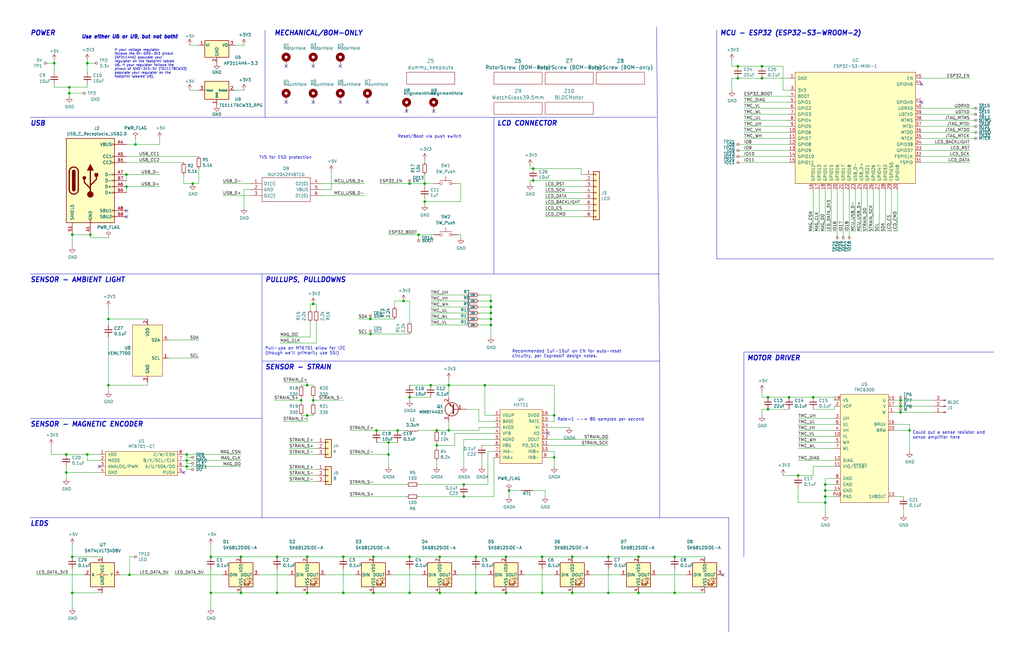
<source format=kicad_sch>
(kicad_sch (version 20230121) (generator eeschema)
  (paper "B")
  (title_block (title "SmartKnob View") (rev "${RELEASE_VERSION}") (company "Scott Bezek") (comment 2 "${COMMIT_DATE_LONG}") (comment 3 "${COMMIT_HASH}"))
  (junction (at 200.66 250.19))
  (junction (at 228.6 234.95))
  (junction (at 36.83 191.77))
  (junction (at 81.28 77.47))
  (junction (at 323.85 167.64))
  (junction (at 144.78 250.19))
  (junction (at 172.72 250.19))
  (junction (at 29.21 39.37))
  (junction (at 269.24 250.19))
  (junction (at 184.15 187.96))
  (junction (at 204.47 162.56))
  (junction (at 332.74 167.64))
  (junction (at 129.54 175.26))
  (junction (at 207.01 137.16))
  (junction (at 195.58 209.55))
  (junction (at 284.48 234.95))
  (junction (at 228.6 250.19))
  (junction (at 347.98 209.55))
  (junction (at 379.73 171.45))
  (junction (at 78.74 194.31))
  (junction (at 88.9 234.95))
  (junction (at 189.23 162.56))
  (junction (at 311.15 27.94))
  (junction (at 129.54 234.95))
  (junction (at 176.53 99.06))
  (junction (at 45.72 162.56))
  (junction (at 321.31 27.94))
  (junction (at 207.01 132.08))
  (junction (at 200.66 234.95))
  (junction (at 144.78 234.95))
  (junction (at 184.15 181.61))
  (junction (at 241.3 250.19))
  (junction (at 311.15 33.02))
  (junction (at 323.85 172.72))
  (junction (at 179.07 77.47))
  (junction (at 129.54 162.56))
  (junction (at 195.58 204.47))
  (junction (at 129.54 250.19))
  (junction (at 256.54 250.19))
  (junction (at 101.6 250.19))
  (junction (at 342.9 167.64))
  (junction (at 78.74 196.85))
  (junction (at 167.64 181.61))
  (junction (at 27.94 191.77))
  (junction (at 213.36 234.95))
  (junction (at 38.1 99.06))
  (junction (at 78.74 191.77))
  (junction (at 53.34 78.74))
  (junction (at 157.48 234.95))
  (junction (at 383.54 181.61))
  (junction (at 29.21 36.83))
  (junction (at 172.72 234.95))
  (junction (at 347.98 212.09))
  (junction (at 172.72 167.64))
  (junction (at 156.21 140.97))
  (junction (at 157.48 250.19))
  (junction (at 132.08 128.27))
  (junction (at 101.6 234.95))
  (junction (at 185.42 234.95))
  (junction (at 207.01 127))
  (junction (at 36.83 26.67))
  (junction (at 347.98 207.01))
  (junction (at 116.84 234.95))
  (junction (at 284.48 250.19))
  (junction (at 30.48 250.19))
  (junction (at 45.72 134.62))
  (junction (at 54.61 242.57))
  (junction (at 30.48 234.95))
  (junction (at 233.68 193.04))
  (junction (at 269.24 234.95))
  (junction (at 179.07 85.09))
  (junction (at 22.86 26.67))
  (junction (at 213.36 250.19))
  (junction (at 53.34 73.66))
  (junction (at 172.72 77.47))
  (junction (at 170.18 127))
  (junction (at 189.23 181.61))
  (junction (at 158.75 181.61))
  (junction (at 224.79 71.12))
  (junction (at 163.83 191.77))
  (junction (at 163.83 186.69))
  (junction (at 156.21 134.62))
  (junction (at 233.68 175.26))
  (junction (at 181.61 162.56))
  (junction (at 321.31 33.02))
  (junction (at 241.3 234.95))
  (junction (at 336.55 200.66))
  (junction (at 224.79 76.2))
  (junction (at 132.08 168.91))
  (junction (at 379.73 173.99))
  (junction (at 207.01 129.54))
  (junction (at 27.94 199.39))
  (junction (at 379.73 168.91))
  (junction (at 185.42 250.19))
  (junction (at 116.84 250.19))
  (junction (at 127 168.91))
  (junction (at 214.63 207.01))
  (junction (at 88.9 250.19))
  (junction (at 57.15 60.96))
  (junction (at 347.98 204.47))
  (junction (at 256.54 234.95))
  (junction (at 207.01 134.62))
  (junction (at 30.48 99.06))
  (no_connect (at 132.08 43.18))
  (no_connect (at 231.14 182.88))
  (no_connect (at 304.8 242.57))
  (no_connect (at 388.62 43.18))
  (no_connect (at 132.08 27.94))
  (no_connect (at 388.62 35.56))
  (no_connect (at 120.65 27.94))
  (no_connect (at 53.34 91.44))
  (no_connect (at 77.47 199.39))
  (no_connect (at 120.65 43.18))
  (no_connect (at 171.45 46.99))
  (no_connect (at 154.94 43.18))
  (no_connect (at 143.51 43.18))
  (no_connect (at 53.34 88.9))
  (no_connect (at 182.88 46.99))
  (no_connect (at 143.51 27.94))
  (no_connect (at 41.91 196.85))
  (wire (pts (xy 80.01 19.05) (xy 83.82 19.05)))
  (wire (pts (xy 88.9 240.03) (xy 88.9 250.19)))
  (wire (pts (xy 220.98 242.57) (xy 233.68 242.57)))
  (wire (pts (xy 231.14 180.34) (xy 240.03 180.34)))
  (wire (pts (xy 157.48 234.95) (xy 172.72 234.95)))
  (wire (pts (xy 93.98 82.55) (xy 105.41 82.55)))
  (wire (pts (xy 144.78 234.95) (xy 157.48 234.95)))
  (wire (pts (xy 229.87 207.01) (xy 229.87 209.55)))
  (wire (pts (xy 321.31 167.64) (xy 323.85 167.64)))
  (wire (pts (xy 228.6 234.95) (xy 241.3 234.95)))
  (wire (pts (xy 53.34 68.58) (xy 77.47 68.58)))
  (wire (pts (xy 207.01 124.46) (xy 207.01 127)))
  (wire (pts (xy 207.01 137.16) (xy 207.01 142.24)))
  (wire (pts (xy 196.85 172.72) (xy 201.93 172.72)))
  (wire (pts (xy 81.28 198.12) (xy 78.74 198.12)))
  (wire (pts (xy 36.83 194.31) (xy 36.83 191.77)))
  (wire (pts (xy 377.19 181.61) (xy 383.54 181.61)))
  (wire (pts (xy 223.52 69.85) (xy 223.52 71.12)))
  (wire (pts (xy 151.13 134.62) (xy 156.21 134.62)))
  (wire (pts (xy 45.72 134.62) (xy 62.23 134.62)))
  (wire (pts (xy 351.79 209.55) (xy 347.98 209.55)))
  (wire (pts (xy 29.21 39.37) (xy 29.21 40.64)))
  (wire (pts (xy 116.84 250.19) (xy 129.54 250.19)))
  (wire (pts (xy 137.16 242.57) (xy 149.86 242.57)))
  (polyline (pts (xy 208.28 49.53) (xy 208.28 115.57)))
  (polyline (pts (xy 12.7 218.44) (xy 307.34 218.44)))
  (wire (pts (xy 54.61 242.57) (xy 71.12 242.57)))
  (wire (pts (xy 179.07 77.47) (xy 179.07 78.74)))
  (wire (pts (xy 200.66 250.19) (xy 213.36 250.19)))
  (wire (pts (xy 156.21 134.62) (xy 166.37 134.62)))
  (wire (pts (xy 330.2 38.1) (xy 330.2 27.94)))
  (wire (pts (xy 241.3 250.19) (xy 256.54 250.19)))
  (wire (pts (xy 38.1 99.06) (xy 38.1 100.33)))
  (wire (pts (xy 269.24 250.19) (xy 284.48 250.19)))
  (wire (pts (xy 116.84 240.03) (xy 116.84 250.19)))
  (wire (pts (xy 360.68 80.01) (xy 360.68 97.79)))
  (wire (pts (xy 135.89 80.01) (xy 139.7 80.01)))
  (wire (pts (xy 351.79 189.23) (xy 336.55 189.23)))
  (wire (pts (xy 176.53 204.47) (xy 195.58 204.47)))
  (wire (pts (xy 135.89 77.47) (xy 153.67 77.47)))
  (wire (pts (xy 311.15 27.94) (xy 308.61 27.94)))
  (polyline (pts (xy 313.69 234.95) (xy 313.69 148.59)))
  (wire (pts (xy 53.34 66.04) (xy 83.82 66.04)))
  (wire (pts (xy 127 168.91) (xy 127 170.18)))
  (wire (pts (xy 200.66 240.03) (xy 200.66 250.19)))
  (wire (pts (xy 246.38 83.82) (xy 229.87 83.82)))
  (wire (pts (xy 80.01 38.1) (xy 83.82 38.1)))
  (wire (pts (xy 231.14 190.5) (xy 233.68 190.5)))
  (wire (pts (xy 330.2 200.66) (xy 336.55 200.66)))
  (wire (pts (xy 377.19 209.55) (xy 381 209.55)))
  (wire (pts (xy 166.37 127) (xy 170.18 127)))
  (wire (pts (xy 115.57 168.91) (xy 127 168.91)))
  (wire (pts (xy 388.62 68.58) (xy 408.94 68.58)))
  (wire (pts (xy 27.94 199.39) (xy 27.94 201.93)))
  (wire (pts (xy 195.58 209.55) (xy 208.28 209.55)))
  (wire (pts (xy 135.89 82.55) (xy 153.67 82.55)))
  (wire (pts (xy 195.58 185.42) (xy 195.58 196.85)))
  (wire (pts (xy 176.53 181.61) (xy 184.15 181.61)))
  (wire (pts (xy 231.14 193.04) (xy 233.68 193.04)))
  (wire (pts (xy 179.07 73.66) (xy 179.07 77.47)))
  (wire (pts (xy 233.68 175.26) (xy 231.14 175.26)))
  (wire (pts (xy 323.85 167.64) (xy 332.74 167.64)))
  (wire (pts (xy 189.23 162.56) (xy 189.23 160.02)))
  (wire (pts (xy 158.75 186.69) (xy 163.83 186.69)))
  (wire (pts (xy 81.28 77.47) (xy 83.82 77.47)))
  (wire (pts (xy 379.73 168.91) (xy 393.7 168.91)))
  (wire (pts (xy 78.74 194.31) (xy 101.6 194.31)))
  (wire (pts (xy 383.54 181.61) (xy 383.54 190.5)))
  (wire (pts (xy 172.72 127) (xy 172.72 135.89)))
  (wire (pts (xy 81.28 193.04) (xy 78.74 193.04)))
  (wire (pts (xy 363.22 80.01) (xy 363.22 97.79)))
  (wire (pts (xy 308.61 33.02) (xy 308.61 38.1)))
  (wire (pts (xy 313.69 53.34) (xy 332.74 53.34)))
  (wire (pts (xy 78.74 195.58) (xy 78.74 194.31)))
  (wire (pts (xy 351.79 184.15) (xy 336.55 184.15)))
  (wire (pts (xy 29.21 39.37) (xy 35.56 39.37)))
  (wire (pts (xy 311.15 66.04) (xy 332.74 66.04)))
  (polyline (pts (xy 307.34 218.44) (xy 307.34 266.7)))
  (wire (pts (xy 347.98 201.93) (xy 351.79 201.93)))
  (wire (pts (xy 172.72 234.95) (xy 185.42 234.95)))
  (wire (pts (xy 321.31 172.72) (xy 323.85 172.72)))
  (wire (pts (xy 83.82 151.13) (xy 71.12 151.13)))
  (wire (pts (xy 163.83 186.69) (xy 167.64 186.69)))
  (wire (pts (xy 347.98 207.01) (xy 347.98 204.47)))
  (wire (pts (xy 194.31 85.09) (xy 179.07 85.09)))
  (wire (pts (xy 172.72 250.19) (xy 185.42 250.19)))
  (wire (pts (xy 347.98 209.55) (xy 347.98 207.01)))
  (wire (pts (xy 185.42 250.19) (xy 200.66 250.19)))
  (wire (pts (xy 171.45 204.47) (xy 147.32 204.47)))
  (wire (pts (xy 184.15 186.69) (xy 184.15 187.96)))
  (wire (pts (xy 30.48 240.03) (xy 30.48 250.19)))
  (wire (pts (xy 388.62 63.5) (xy 408.94 63.5)))
  (wire (pts (xy 388.62 55.88) (xy 411.48 55.88)))
  (wire (pts (xy 158.75 181.61) (xy 167.64 181.61)))
  (wire (pts (xy 351.79 176.53) (xy 336.55 176.53)))
  (wire (pts (xy 30.48 256.54) (xy 30.48 250.19)))
  (wire (pts (xy 233.68 190.5) (xy 233.68 193.04)))
  (wire (pts (xy 172.72 168.91) (xy 172.72 167.64)))
  (wire (pts (xy 81.28 195.58) (xy 78.74 195.58)))
  (wire (pts (xy 118.11 144.78) (xy 133.35 144.78)))
  (wire (pts (xy 102.87 80.01) (xy 105.41 80.01)))
  (wire (pts (xy 201.93 172.72) (xy 201.93 177.8)))
  (wire (pts (xy 308.61 33.02) (xy 311.15 33.02)))
  (wire (pts (xy 233.68 177.8) (xy 233.68 175.26)))
  (wire (pts (xy 342.9 200.66) (xy 342.9 196.85)))
  (wire (pts (xy 207.01 127) (xy 207.01 129.54)))
  (wire (pts (xy 204.47 175.26) (xy 208.28 175.26)))
  (wire (pts (xy 147.32 181.61) (xy 158.75 181.61)))
  (wire (pts (xy 201.93 129.54) (xy 207.01 129.54)))
  (wire (pts (xy 121.92 186.69) (xy 133.35 186.69)))
  (wire (pts (xy 36.83 26.67) (xy 36.83 30.48)))
  (wire (pts (xy 246.38 73.66) (xy 245.11 73.66)))
  (wire (pts (xy 388.62 33.02) (xy 408.94 33.02)))
  (wire (pts (xy 147.32 209.55) (xy 171.45 209.55)))
  (wire (pts (xy 119.38 177.8) (xy 129.54 177.8)))
  (wire (pts (xy 181.61 167.64) (xy 172.72 167.64)))
  (wire (pts (xy 213.36 250.19) (xy 228.6 250.19)))
  (wire (pts (xy 147.32 191.77) (xy 163.83 191.77)))
  (wire (pts (xy 204.47 162.56) (xy 233.68 162.56)))
  (wire (pts (xy 203.2 187.96) (xy 208.28 187.96)))
  (wire (pts (xy 57.15 234.95) (xy 54.61 234.95)))
  (wire (pts (xy 127 175.26) (xy 129.54 175.26)))
  (wire (pts (xy 200.66 234.95) (xy 213.36 234.95)))
  (wire (pts (xy 132.08 168.91) (xy 144.78 168.91)))
  (wire (pts (xy 77.47 194.31) (xy 78.74 194.31)))
  (wire (pts (xy 78.74 196.85) (xy 101.6 196.85)))
  (wire (pts (xy 36.83 25.4) (xy 36.83 26.67)))
  (wire (pts (xy 121.92 191.77) (xy 133.35 191.77)))
  (wire (pts (xy 269.24 234.95) (xy 284.48 234.95)))
  (wire (pts (xy 313.69 45.72) (xy 332.74 45.72)))
  (wire (pts (xy 388.62 58.42) (xy 411.48 58.42)))
  (wire (pts (xy 214.63 207.01) (xy 219.71 207.01)))
  (wire (pts (xy 207.01 134.62) (xy 207.01 137.16)))
  (wire (pts (xy 129.54 162.56) (xy 132.08 162.56)))
  (wire (pts (xy 151.13 140.97) (xy 156.21 140.97)))
  (wire (pts (xy 342.9 167.64) (xy 332.74 167.64)))
  (wire (pts (xy 78.74 198.12) (xy 78.74 196.85)))
  (wire (pts (xy 196.85 137.16) (xy 181.61 137.16)))
  (wire (pts (xy 133.35 128.27) (xy 133.35 130.81)))
  (wire (pts (xy 347.98 212.09) (xy 347.98 209.55)))
  (wire (pts (xy 231.14 177.8) (xy 233.68 177.8)))
  (wire (pts (xy 208.28 193.04) (xy 208.28 209.55)))
  (wire (pts (xy 116.84 234.95) (xy 129.54 234.95)))
  (polyline (pts (xy 302.26 109.22) (xy 302.26 12.7)))
  (wire (pts (xy 313.69 55.88) (xy 332.74 55.88)))
  (wire (pts (xy 379.73 173.99) (xy 377.19 173.99)))
  (wire (pts (xy 119.38 161.29) (xy 129.54 161.29)))
  (wire (pts (xy 231.14 185.42) (xy 256.54 185.42)))
  (wire (pts (xy 29.21 36.83) (xy 36.83 36.83)))
  (wire (pts (xy 45.72 137.16) (xy 45.72 134.62)))
  (wire (pts (xy 53.34 78.74) (xy 67.31 78.74)))
  (wire (pts (xy 132.08 128.27) (xy 133.35 128.27)))
  (wire (pts (xy 130.81 135.89) (xy 130.81 142.24)))
  (wire (pts (xy 336.55 205.74) (xy 336.55 212.09)))
  (wire (pts (xy 77.47 73.66) (xy 77.47 77.47)))
  (wire (pts (xy 38.1 99.06) (xy 30.48 99.06)))
  (wire (pts (xy 351.79 204.47) (xy 347.98 204.47)))
  (wire (pts (xy 139.7 80.01) (xy 139.7 72.39)))
  (wire (pts (xy 321.31 165.1) (xy 321.31 167.64)))
  (wire (pts (xy 166.37 129.54) (xy 166.37 127)))
  (polyline (pts (xy 110.49 176.53) (xy 12.7 176.53)))
  (wire (pts (xy 196.85 132.08) (xy 181.61 132.08)))
  (wire (pts (xy 185.42 234.95) (xy 200.66 234.95)))
  (polyline (pts (xy 313.69 148.59) (xy 419.1 148.59)))
  (wire (pts (xy 77.47 191.77) (xy 78.74 191.77)))
  (wire (pts (xy 172.72 76.2) (xy 172.72 77.47)))
  (wire (pts (xy 207.01 127) (xy 201.93 127)))
  (wire (pts (xy 102.87 87.63) (xy 102.87 80.01)))
  (wire (pts (xy 233.68 193.04) (xy 233.68 196.85)))
  (wire (pts (xy 377.19 179.07) (xy 383.54 179.07)))
  (wire (pts (xy 336.55 212.09) (xy 347.98 212.09)))
  (wire (pts (xy 121.92 203.2) (xy 133.35 203.2)))
  (wire (pts (xy 351.79 167.64) (xy 342.9 167.64)))
  (wire (pts (xy 121.92 200.66) (xy 133.35 200.66)))
  (wire (pts (xy 284.48 240.03) (xy 284.48 250.19)))
  (wire (pts (xy 194.31 77.47) (xy 193.04 77.47)))
  (wire (pts (xy 29.21 36.83) (xy 29.21 39.37)))
  (wire (pts (xy 311.15 33.02) (xy 321.31 33.02)))
  (wire (pts (xy 276.86 242.57) (xy 289.56 242.57)))
  (wire (pts (xy 101.6 234.95) (xy 116.84 234.95)))
  (wire (pts (xy 347.98 204.47) (xy 347.98 201.93)))
  (wire (pts (xy 132.08 167.64) (xy 132.08 168.91)))
  (wire (pts (xy 379.73 167.64) (xy 379.73 168.91)))
  (wire (pts (xy 99.06 19.05) (xy 102.87 19.05)))
  (wire (pts (xy 313.69 48.26) (xy 332.74 48.26)))
  (polyline (pts (xy 12.7 115.57) (xy 278.13 115.57)))
  (wire (pts (xy 129.54 250.19) (xy 144.78 250.19)))
  (wire (pts (xy 176.53 101.6) (xy 176.53 99.06)))
  (wire (pts (xy 308.61 25.4) (xy 308.61 27.94)))
  (wire (pts (xy 201.93 134.62) (xy 207.01 134.62)))
  (wire (pts (xy 41.91 194.31) (xy 36.83 194.31)))
  (wire (pts (xy 207.01 129.54) (xy 207.01 132.08)))
  (wire (pts (xy 30.48 99.06) (xy 30.48 104.14)))
  (wire (pts (xy 381 214.63) (xy 381 217.17)))
  (wire (pts (xy 368.3 80.01) (xy 368.3 97.79)))
  (wire (pts (xy 77.47 196.85) (xy 78.74 196.85)))
  (wire (pts (xy 358.14 80.01) (xy 358.14 100.33)))
  (wire (pts (xy 88.9 229.87) (xy 88.9 234.95)))
  (polyline (pts (xy 12.7 49.53) (xy 276.86 49.53)))
  (wire (pts (xy 351.79 172.72) (xy 351.79 171.45)))
  (wire (pts (xy 347.98 207.01) (xy 351.79 207.01)))
  (wire (pts (xy 45.72 165.1) (xy 45.72 162.56)))
  (wire (pts (xy 201.93 177.8) (xy 208.28 177.8)))
  (wire (pts (xy 351.79 168.91) (xy 351.79 167.64)))
  (wire (pts (xy 351.79 196.85) (xy 342.9 196.85)))
  (wire (pts (xy 179.07 85.09) (xy 179.07 83.82)))
  (wire (pts (xy 93.98 77.47) (xy 105.41 77.47)))
  (wire (pts (xy 256.54 250.19) (xy 269.24 250.19)))
  (wire (pts (xy 22.86 26.67) (xy 22.86 30.48)))
  (wire (pts (xy 379.73 170.18) (xy 379.73 171.45)))
  (wire (pts (xy 38.1 100.33) (xy 45.72 100.33)))
  (wire (pts (xy 88.9 234.95) (xy 101.6 234.95)))
  (wire (pts (xy 205.74 190.5) (xy 205.74 204.47)))
  (wire (pts (xy 160.02 77.47) (xy 172.72 77.47)))
  (wire (pts (xy 342.9 80.01) (xy 342.9 97.79)))
  (wire (pts (xy 377.19 171.45) (xy 379.73 171.45)))
  (wire (pts (xy 15.24 242.57) (xy 35.56 242.57)))
  (wire (pts (xy 176.53 99.06) (xy 182.88 99.06)))
  (wire (pts (xy 163.83 191.77) (xy 163.83 196.85)))
  (polyline (pts (xy 276.86 11.43) (xy 278.13 152.4)))
  (wire (pts (xy 121.92 189.23) (xy 133.35 189.23)))
  (wire (pts (xy 233.68 162.56) (xy 233.68 175.26)))
  (wire (pts (xy 127 167.64) (xy 127 168.91)))
  (wire (pts (xy 284.48 250.19) (xy 297.18 250.19)))
  (wire (pts (xy 29.21 36.83) (xy 22.86 36.83)))
  (wire (pts (xy 345.44 80.01) (xy 345.44 97.79)))
  (wire (pts (xy 27.94 199.39) (xy 41.91 199.39)))
  (wire (pts (xy 313.69 40.64) (xy 332.74 40.64)))
  (wire (pts (xy 332.74 38.1) (xy 330.2 38.1)))
  (wire (pts (xy 248.92 242.57) (xy 261.62 242.57)))
  (wire (pts (xy 30.48 250.19) (xy 43.18 250.19)))
  (wire (pts (xy 129.54 161.29) (xy 129.54 162.56)))
  (wire (pts (xy 311.15 60.96) (xy 332.74 60.96)))
  (wire (pts (xy 377.19 168.91) (xy 379.73 168.91)))
  (wire (pts (xy 189.23 162.56) (xy 189.23 167.64)))
  (wire (pts (xy 351.79 186.69) (xy 336.55 186.69)))
  (wire (pts (xy 246.38 88.9) (xy 229.87 88.9)))
  (wire (pts (xy 53.34 78.74) (xy 53.34 81.28)))
  (wire (pts (xy 311.15 68.58) (xy 332.74 68.58)))
  (wire (pts (xy 130.81 128.27) (xy 132.08 128.27)))
  (wire (pts (xy 351.79 194.31) (xy 336.55 194.31)))
  (polyline (pts (xy 110.49 152.4) (xy 278.13 152.4)))
  (wire (pts (xy 330.2 27.94) (xy 321.31 27.94)))
  (wire (pts (xy 189.23 177.8) (xy 189.23 181.61)))
  (wire (pts (xy 321.31 27.94) (xy 311.15 27.94)))
  (wire (pts (xy 229.87 86.36) (xy 246.38 86.36)))
  (wire (pts (xy 196.85 124.46) (xy 181.61 124.46)))
  (wire (pts (xy 194.31 77.47) (xy 194.31 85.09)))
  (polyline (pts (xy 302.26 109.22) (xy 419.1 109.22)))
  (wire (pts (xy 383.54 179.07) (xy 383.54 181.61)))
  (wire (pts (xy 77.47 77.47) (xy 81.28 77.47)))
  (wire (pts (xy 50.8 242.57) (xy 54.61 242.57)))
  (wire (pts (xy 195.58 209.55) (xy 176.53 209.55)))
  (wire (pts (xy 375.92 80.01) (xy 375.92 97.79)))
  (wire (pts (xy 208.28 190.5) (xy 205.74 190.5)))
  (wire (pts (xy 313.69 43.18) (xy 332.74 43.18)))
  (wire (pts (xy 388.62 60.96) (xy 408.94 60.96)))
  (wire (pts (xy 321.31 172.72) (xy 321.31 175.26)))
  (wire (pts (xy 121.92 198.12) (xy 133.35 198.12)))
  (wire (pts (xy 181.61 162.56) (xy 189.23 162.56)))
  (wire (pts (xy 129.54 175.26) (xy 129.54 177.8)))
  (wire (pts (xy 36.83 36.83) (xy 36.83 35.56)))
  (wire (pts (xy 22.86 36.83) (xy 22.86 35.56)))
  (wire (pts (xy 132.08 168.91) (xy 132.08 170.18)))
  (wire (pts (xy 189.23 181.61) (xy 201.93 181.61)))
  (wire (pts (xy 57.15 60.96) (xy 67.31 60.96)))
  (wire (pts (xy 213.36 234.95) (xy 228.6 234.95)))
  (wire (pts (xy 71.12 143.51) (xy 83.82 143.51)))
  (wire (pts (xy 118.11 142.24) (xy 130.81 142.24)))
  (wire (pts (xy 191.77 187.96) (xy 191.77 182.88)))
  (wire (pts (xy 53.34 73.66) (xy 67.31 73.66)))
  (wire (pts (xy 176.53 99.06) (xy 163.83 99.06)))
  (wire (pts (xy 144.78 250.19) (xy 157.48 250.19)))
  (wire (pts (xy 231.14 187.96) (xy 256.54 187.96)))
  (wire (pts (xy 172.72 240.03) (xy 172.72 250.19)))
  (wire (pts (xy 223.52 71.12) (xy 224.79 71.12)))
  (wire (pts (xy 228.6 250.19) (xy 241.3 250.19)))
  (wire (pts (xy 36.83 26.67) (xy 40.64 26.67)))
  (wire (pts (xy 45.72 134.62) (xy 45.72 129.54)))
  (wire (pts (xy 179.07 86.36) (xy 179.07 85.09)))
  (wire (pts (xy 184.15 187.96) (xy 191.77 187.96)))
  (wire (pts (xy 27.94 191.77) (xy 21.59 191.77)))
  (wire (pts (xy 196.85 127) (xy 181.61 127)))
  (wire (pts (xy 321.31 33.02) (xy 332.74 33.02)))
  (wire (pts (xy 144.78 240.03) (xy 144.78 250.19)))
  (wire (pts (xy 203.2 193.04) (xy 203.2 196.85)))
  (wire (pts (xy 246.38 78.74) (xy 229.87 78.74)))
  (wire (pts (xy 196.85 134.62) (xy 181.61 134.62)))
  (wire (pts (xy 373.38 80.01) (xy 373.38 97.79)))
  (wire (pts (xy 179.07 68.58) (xy 179.07 67.31)))
  (wire (pts (xy 350.52 80.01) (xy 350.52 97.79)))
  (wire (pts (xy 129.54 175.26) (xy 132.08 175.26)))
  (wire (pts (xy 30.48 234.95) (xy 43.18 234.95)))
  (wire (pts (xy 336.55 200.66) (xy 342.9 200.66)))
  (wire (pts (xy 88.9 256.54) (xy 88.9 250.19)))
  (wire (pts (xy 228.6 240.03) (xy 228.6 250.19)))
  (wire (pts (xy 156.21 140.97) (xy 172.72 140.97)))
  (wire (pts (xy 313.69 50.8) (xy 332.74 50.8)))
  (wire (pts (xy 388.62 53.34) (xy 411.48 53.34)))
  (wire (pts (xy 195.58 204.47) (xy 205.74 204.47)))
  (wire (pts (xy 36.83 191.77) (xy 41.91 191.77)))
  (wire (pts (xy 351.79 179.07) (xy 336.55 179.07)))
  (wire (pts (xy 388.62 66.04) (xy 408.94 66.04)))
  (wire (pts (xy 313.69 58.42) (xy 332.74 58.42)))
  (wire (pts (xy 54.61 234.95) (xy 54.61 242.57)))
  (wire (pts (xy 224.79 76.2) (xy 246.38 76.2)))
  (wire (pts (xy 22.86 25.4) (xy 22.86 26.67)))
  (wire (pts (xy 332.74 172.72) (xy 323.85 172.72)))
  (wire (pts (xy 388.62 48.26) (xy 411.48 48.26)))
  (wire (pts (xy 88.9 250.19) (xy 101.6 250.19)))
  (wire (pts (xy 53.34 60.96) (xy 57.15 60.96)))
  (wire (pts (xy 224.79 207.01) (xy 229.87 207.01)))
  (wire (pts (xy 194.31 99.06) (xy 193.04 99.06)))
  (wire (pts (xy 167.64 181.61) (xy 171.45 181.61)))
  (wire (pts (xy 208.28 185.42) (xy 195.58 185.42)))
  (wire (pts (xy 62.23 161.29) (xy 62.23 162.56)))
  (wire (pts (xy 163.83 186.69) (xy 163.83 191.77)))
  (wire (pts (xy 201.93 132.08) (xy 207.01 132.08)))
  (wire (pts (xy 57.15 58.42) (xy 57.15 60.96)))
  (wire (pts (xy 179.07 77.47) (xy 182.88 77.47)))
  (wire (pts (xy 170.18 127) (xy 172.72 127)))
  (wire (pts (xy 30.48 229.87) (xy 30.48 234.95)))
  (polyline (pts (xy 111.76 49.53) (xy 111.76 12.7)))
  (wire (pts (xy 133.35 135.89) (xy 133.35 144.78)))
  (wire (pts (xy 184.15 189.23) (xy 184.15 187.96)))
  (wire (pts (xy 157.48 250.19) (xy 172.72 250.19)))
  (wire (pts (xy 204.47 162.56) (xy 204.47 175.26)))
  (wire (pts (xy 53.34 73.66) (xy 53.34 76.2)))
  (wire (pts (xy 388.62 50.8) (xy 411.48 50.8)))
  (wire (pts (xy 347.98 80.01) (xy 347.98 97.79)))
  (wire (pts (xy 378.46 80.01) (xy 378.46 97.79)))
  (wire (pts (xy 191.77 182.88) (xy 208.28 182.88)))
  (wire (pts (xy 172.72 162.56) (xy 181.61 162.56)))
  (wire (pts (xy 78.74 193.04) (xy 78.74 191.77)))
  (wire (pts (xy 201.93 137.16) (xy 207.01 137.16)))
  (wire (pts (xy 27.94 196.85) (xy 27.94 199.39)))
  (polyline (pts (xy 110.49 115.57) (xy 110.49 218.44)))
  (wire (pts (xy 45.72 162.56) (xy 45.72 142.24)))
  (wire (pts (xy 347.98 217.17) (xy 347.98 212.09)))
  (wire (pts (xy 223.52 76.2) (xy 224.79 76.2)))
  (wire (pts (xy 229.87 81.28) (xy 246.38 81.28)))
  (wire (pts (xy 129.54 234.95) (xy 144.78 234.95)))
  (wire (pts (xy 172.72 77.47) (xy 179.07 77.47)))
  (wire (pts (xy 156.21 139.7) (xy 156.21 140.97)))
  (wire (pts (xy 189.23 162.56) (xy 204.47 162.56)))
  (wire (pts (xy 165.1 242.57) (xy 177.8 242.57)))
  (wire (pts (xy 67.31 58.42) (xy 67.31 60.96)))
  (wire (pts (xy 184.15 181.61) (xy 189.23 181.61)))
  (wire (pts (xy 109.22 242.57) (xy 121.92 242.57)))
  (wire (pts (xy 284.48 234.95) (xy 297.18 234.95)))
  (wire (pts (xy 101.6 250.19) (xy 116.84 250.19)))
  (wire (pts (xy 379.73 173.99) (xy 393.7 173.99)))
  (wire (pts (xy 62.23 162.56) (xy 45.72 162.56)))
  (wire (pts (xy 370.84 80.01) (xy 370.84 97.79)))
  (wire (pts (xy 241.3 234.95) (xy 256.54 234.95)))
  (wire (pts (xy 36.83 191.77) (xy 27.94 191.77)))
  (wire (pts (xy 224.79 71.12) (xy 245.11 71.12)))
  (wire (pts (xy 201.93 181.61) (xy 201.93 180.34)))
  (wire (pts (xy 201.93 124.46) (xy 207.01 124.46)))
  (wire (pts (xy 194.31 100.33) (xy 194.31 99.06)))
  (wire (pts (xy 388.62 45.72) (xy 411.48 45.72)))
  (wire (pts (xy 355.6 80.01) (xy 355.6 100.33)))
  (wire (pts (xy 353.06 80.01) (xy 353.06 100.33)))
  (wire (pts (xy 311.15 63.5) (xy 332.74 63.5)))
  (wire (pts (xy 256.54 234.95) (xy 269.24 234.95)))
  (wire (pts (xy 379.73 171.45) (xy 393.7 171.45)))
  (wire (pts (xy 214.63 209.55) (xy 214.63 207.01)))
  (wire (pts (xy 83.82 77.47) (xy 83.82 71.12)))
  (wire (pts (xy 19.05 26.67) (xy 22.86 26.67)))
  (wire (pts (xy 184.15 196.85) (xy 184.15 194.31)))
  (wire (pts (xy 229.87 91.44) (xy 246.38 91.44)))
  (wire (pts (xy 351.79 181.61) (xy 336.55 181.61)))
  (wire (pts (xy 127 162.56) (xy 129.54 162.56)))
  (wire (pts (xy 342.9 172.72) (xy 351.79 172.72)))
  (wire (pts (xy 21.59 191.77) (xy 21.59 187.96)))
  (polyline (pts (xy 278.13 152.4) (xy 278.13 218.44)))
  (wire (pts (xy 73.66 242.57) (xy 93.98 242.57)))
  (wire (pts (xy 245.11 71.12) (xy 245.11 73.66)))
  (wire (pts (xy 196.85 129.54) (xy 181.61 129.54)))
  (wire (pts (xy 201.93 180.34) (xy 208.28 180.34)))
  (wire (pts (xy 99.06 38.1) (xy 102.87 38.1)))
  (wire (pts (xy 207.01 132.08) (xy 207.01 134.62)))
  (wire (pts (xy 193.04 242.57) (xy 205.74 242.57)))
  (wire (pts (xy 156.21 133.35) (xy 156.21 134.62)))
  (wire (pts (xy 130.81 130.81) (xy 130.81 128.27)))
  (wire (pts (xy 223.52 76.2) (xy 223.52 77.47)))
  (wire (pts (xy 379.73 172.72) (xy 379.73 173.99)))
  (wire (pts (xy 365.76 80.01) (xy 365.76 97.79)))
  (wire (pts (xy 78.74 191.77) (xy 101.6 191.77)))
  (wire (pts (xy 256.54 240.03) (xy 256.54 250.19)))
  (text "TVS for ESD protection" (at 109.22 67.31 0) (effects (font (size 1.27 1.27)) (justify left bottom)))
  (text "POWER" (at 12.7 15.24 0) (effects (font (size 2.0066 2.0066) (thickness 0.4013) bold italic) (justify left bottom)))
  (text "Could put a sense resistor and\nsense amplifier here" (at 384.81 185.42 0) (effects (font (size 1.27 1.27)) (justify left bottom)))
  (text "MCU - ESP32 (ESP32-S3-WROOM-2)" (at 303.53 15.24 0) (effects (font (size 2.0066 2.0066) (thickness 0.4013) bold italic) (justify left bottom)))
  (text "If your voltage regulator\nfollows the 5V-GND-3V3 pinout\n(AP2114HA) populate your\nregulator on the footprint labled\nU6. If your regulator follows the\npinout of GND-3V3-5V (TS1117BCW33)\npopulate your regulator on the\nfootprint labaled U9)." (at 48.26 33.02 0) (effects (font (size 1 1)) (justify left bottom)))
  (text "SENSOR - MAGNETIC ENCODER" (at 12.7 180.34 0) (effects (font (size 2.0066 2.0066) (thickness 0.4013) bold italic) (justify left bottom)))
  (text "MOTOR DRIVER" (at 314.96 152.4 0) (effects (font (size 2.0066 2.0066) (thickness 0.4013) bold italic) (justify left bottom)))
  (text "MECHANICAL/BOM-ONLY" (at 115.57 15.24 0) (effects (font (size 2.0066 2.0066) (thickness 0.4013) bold italic) (justify left bottom)))
  (text "Pull-ups on MT6701 allow for I2C\n(though we'll primarily use SSI)" (at 111.76 149.86 0) (effects (font (size 1.27 1.27)) (justify left bottom)))
  (text "Use either U6 or U9, but not both!" (at 34.29 16.51 0) (effects (font (size 1.5 1.5) (thickness 0.6) bold italic) (justify left bottom)))
  (text "Rate=1 --> 80 samples per second" (at 234.95 177.8 0) (effects (font (size 1.27 1.27)) (justify left bottom)))
  (text "SENSOR - AMBIENT LIGHT" (at 12.7 119.38 0) (effects (font (size 2.0066 2.0066) (thickness 0.4013) bold italic) (justify left bottom)))
  (text "Recommended 1uF-10uF on EN for auto-reset\ncircuitry, per Espressif design notes." (at 215.9 151.13 0) (effects (font (size 1.27 1.27)) (justify left bottom)))
  (text "USB" (at 12.7 53.34 0) (effects (font (size 2.0066 2.0066) (thickness 0.4013) bold italic) (justify left bottom)))
  (text "SENSOR - STRAIN" (at 111.76 156.21 0) (effects (font (size 2.0066 2.0066) (thickness 0.4013) bold italic) (justify left bottom)))
  (text "LEDS" (at 12.7 222.25 0) (effects (font (size 2.0066 2.0066) (thickness 0.4013) bold italic) (justify left bottom)))
  (text "PULLUPS, PULLDOWNS" (at 111.76 119.38 0) (effects (font (size 2.0066 2.0066) (thickness 0.4013) bold italic) (justify left bottom)))
  (text "LCD CONNECTOR" (at 209.55 53.34 0) (effects (font (size 2.0066 2.0066) (thickness 0.4013) bold italic) (justify left bottom)))
  (text "Reset/Boot via push switch" (at 167.64 58.42 0) (effects (font (size 1.27 1.27)) (justify left bottom)))
  (label "STRAIN_E+" (at 121.92 198.12 0))
  (label "TMC_DIAG" (at 313.69 43.18 0))
  (label "MAG_CSN" (at 101.6 191.77 180))
  (label "LCD_RST" (at 408.94 63.5 180))
  (label "LCD_RST" (at 229.87 78.74 0))
  (label "TMC_VL" (at 181.61 137.16 0))
  (label "IO18" (at 358.14 97.79 90))
  (label "STRAIN_DO" (at 365.76 97.79 90))
  (label "MCU_USB_D-" (at 153.67 82.55 180))
  (label "ESP32_EN" (at 408.94 33.02 180))
  (label "LCD_BACKLIGHT" (at 229.87 86.36 0))
  (label "STRAIN_S+" (at 121.92 189.23 0))
  (label "JTAG_MTDO" (at 408.94 55.88 180))
  (label "SCL" (at 370.84 97.79 90))
  (label "LED_DATA_5V" (at 73.66 242.57 0))
  (label "SCL" (at 83.82 151.13 180))
  (label "TMC_UL" (at 336.55 179.07 0))
  (label "STRAIN_E+" (at 121.92 186.69 0))
  (label "MAG_DO" (at 347.98 97.79 90))
  (label "SDA" (at 373.38 97.79 90))
  (label "STRAIN_E-" (at 147.32 191.77 0))
  (label "JTAG_MTMS" (at 408.94 50.8 180))
  (label "TMC_DIAG" (at 336.55 194.31 0))
  (label "MAG_CSN" (at 342.9 97.79 90))
  (label "TMC_WH" (at 313.69 58.42 0))
  (label "U0TXD" (at 408.94 48.26 180))
  (label "MAG_CLK" (at 345.44 97.79 90))
  (label "TMC_UH" (at 313.69 53.34 0))
  (label "USB_CC2" (at 67.31 68.58 180))
  (label "USB_D+" (at 93.98 82.55 0))
  (label "LED_DATA_3V3" (at 350.52 97.79 90))
  (label "USB_D-" (at 67.31 73.66 180))
  (label "TMC_VH" (at 181.61 127 0))
  (label "LCD_SCK" (at 229.87 81.28 0))
  (label "TMC_UL" (at 181.61 132.08 0))
  (label "LCD_CMD" (at 378.46 97.79 90))
  (label "LED_DATA_5V" (at 71.12 242.57 180))
  (label "STRAIN_S+" (at 115.57 168.91 0))
  (label "TMC_UH" (at 336.55 176.53 0))
  (label "TMC_VL" (at 336.55 184.15 0))
  (label "USB_D-" (at 93.98 77.47 0))
  (label "ESP32_BOOT" (at 163.83 99.06 0))
  (label "STRAIN_S+" (at 147.32 209.55 0))
  (label "LCD_SCK" (at 408.94 66.04 180))
  (label "SDA" (at 83.82 143.51 180))
  (label "USB_D+" (at 67.31 78.74 180))
  (label "STRAIN_E-" (at 121.92 203.2 0))
  (label "SCL" (at 151.13 140.97 0))
  (label "STRAIN_S-" (at 147.32 204.47 0))
  (label "SDA" (at 151.13 134.62 0))
  (label "MAG_DO" (at 101.6 196.85 180))
  (label "USB_CC1" (at 67.31 66.04 180))
  (label "ESP32_EN" (at 160.02 77.47 0))
  (label "IO11" (at 313.69 68.58 0))
  (label "TMC_WH" (at 336.55 186.69 0))
  (label "MAG_DO" (at 118.11 142.24 0))
  (label "TMC_WL" (at 313.69 48.26 0))
  (label "IO8" (at 313.69 60.96 0))
  (label "TMC_WL" (at 181.61 134.62 0))
  (label "STRAIN_E+" (at 119.38 161.29 0))
  (label "STRAIN_E-" (at 119.38 177.8 0))
  (label "LCD_BACKLIGHT" (at 408.94 60.96 180))
  (label "LCD_CS" (at 229.87 88.9 0))
  (label "STRAIN_SCK" (at 256.54 187.96 180))
  (label "TMC_UH" (at 181.61 124.46 0))
  (label "TMC_WL" (at 336.55 189.23 0))
  (label "MCU_USB_D-" (at 360.68 97.79 90))
  (label "IO16" (at 353.06 97.79 90))
  (label "U0RXD" (at 408.94 45.72 180))
  (label "LCD_DATA" (at 229.87 83.82 0))
  (label "ESP32_BOOT" (at 313.69 40.64 0))
  (label "JTAG_MTCK" (at 408.94 58.42 180))
  (label "TMC_UL" (at 313.69 50.8 0))
  (label "MCU_USB_D+" (at 153.67 77.47 180))
  (label "STRAIN_SCK" (at 368.3 97.79 90))
  (label "TMC_WH" (at 181.61 129.54 0))
  (label "IO17" (at 355.6 97.79 90))
  (label "TMC_VH" (at 336.55 181.61 0))
  (label "LCD_DATA" (at 408.94 68.58 180))
  (label "MCU_USB_D+" (at 363.22 97.79 90))
  (label "IO10" (at 313.69 66.04 0))
  (label "LCD_CMD" (at 229.87 91.44 0))
  (label "STRAIN_DO" (at 256.54 185.42 180))
  (label "LCD_CS" (at 375.92 97.79 90))
  (label "STRAIN_E+" (at 147.32 181.61 0))
  (label "STRAIN_S-" (at 144.78 168.91 180))
  (label "JTAG_MTDI" (at 408.94 53.34 180))
  (label "MAG_CLK" (at 101.6 194.31 180))
  (label "LED_DATA_3V3" (at 15.24 242.57 0))
  (label "TMC_VH" (at 313.69 55.88 0))
  (label "TMC_VL" (at 313.69 45.72 0))
  (label "STRAIN_E-" (at 121.92 191.77 0))
  (label "IO9" (at 313.69 63.5 0))
  (label "MAG_CLK" (at 118.11 144.78 0))
  (label "STRAIN_S-" (at 121.92 200.66 0))
  (symbol (lib_id "MagnTek:MT6701-CT") (at 58.42 195.58 0) (unit 1)
    (property "Reference" "U1" (at 59.69 186.055 0))
    (property "Value" "MT6701-CT" (at 59.69 188.3664 0))
    (property "Footprint" "Package_SO:SOIC-8_3.9x4.9mm_P1.27mm" (effects hide))
    (property "LCSC" "C2856764, or C3003196" (effects hide))
    (property "Digikey" "N/A" (effects hide))
    (property "Mouser" "N/A" (effects hide))
  )
  (symbol (lib_id "SK6812:SK6812SIDE-A") (at 101.6 242.57 0) (unit 1)
    (property "Reference" "D1" (at 93.98 228.6 0) (effects (justify left)))
    (property "Value" "SK6812SIDE-A" (at 93.98 231.14 0) (effects (justify left)))
    (property "Footprint" "sk6812:SK6812-SIDE-A" (effects hide))
    (property "AliExpress" "https://www.aliexpress.com/item/10000009330139.html" (effects hide))
    (property "Digikey" "1528-4691-ND" (effects hide))
    (property "Mouser" "485-4691" (effects hide))
    (property "LCSC" "C2890037" (effects hide))
  )
  (symbol (lib_id "Device:C_Small") (at 88.9 237.49 0) (unit 1)
    (property "Reference" "C1" (at 91.2368 236.3216 0) (effects (justify left)))
    (property "Value" "0.1uF" (at 91.2368 238.633 0) (effects (justify left)))
    (property "Footprint" "Capacitor_SMD:C_0603_1608Metric" (effects hide))
    (property "LCSC" "C1591" (effects hide))
    (property "Digikey" "1276-1935-1-ND" (effects hide))
    (property "Mouser" "187-CL10B104KB8NNWC" (effects hide))
  )
  (symbol (lib_id "SK6812:SK6812SIDE-A") (at 129.54 242.57 0) (unit 1)
    (property "Reference" "D2" (at 121.92 228.6 0) (effects (justify left)))
    (property "Value" "SK6812SIDE-A" (at 121.92 231.14 0) (effects (justify left)))
    (property "Footprint" "sk6812:SK6812-SIDE-A" (effects hide))
    (property "AliExpress" "https://www.aliexpress.com/item/10000009330139.html" (effects hide))
    (property "Digikey" "1528-4691-ND" (effects hide))
    (property "Mouser" "485-4691" (effects hide))
    (property "LCSC" "C2890037" (effects hide))
  )
  (symbol (lib_id "Device:C_Small") (at 116.84 237.49 0) (unit 1)
    (property "Reference" "C2" (at 119.1768 236.3216 0) (effects (justify left)))
    (property "Value" "0.1uF" (at 119.1768 238.633 0) (effects (justify left)))
    (property "Footprint" "Capacitor_SMD:C_0603_1608Metric" (effects hide))
    (property "LCSC" "C1591" (effects hide))
    (property "Digikey" "1276-1935-1-ND" (effects hide))
    (property "Mouser" "187-CL10B104KB8NNWC" (effects hide))
  )
  (symbol (lib_id "SK6812:SK6812SIDE-A") (at 157.48 242.57 0) (unit 1)
    (property "Reference" "D3" (at 149.86 228.6 0) (effects (justify left)))
    (property "Value" "SK6812SIDE-A" (at 149.86 231.14 0) (effects (justify left)))
    (property "Footprint" "sk6812:SK6812-SIDE-A" (effects hide))
    (property "AliExpress" "https://www.aliexpress.com/item/10000009330139.html" (effects hide))
    (property "Digikey" "1528-4691-ND" (effects hide))
    (property "Mouser" "485-4691" (effects hide))
    (property "LCSC" "C2890037" (effects hide))
  )
  (symbol (lib_id "Device:C_Small") (at 144.78 237.49 0) (unit 1)
    (property "Reference" "C3" (at 147.1168 236.3216 0) (effects (justify left)))
    (property "Value" "0.1uF" (at 147.1168 238.633 0) (effects (justify left)))
    (property "Footprint" "Capacitor_SMD:C_0603_1608Metric" (effects hide))
    (property "LCSC" "C1591" (effects hide))
    (property "Digikey" "1276-1935-1-ND" (effects hide))
    (property "Mouser" "187-CL10B104KB8NNWC" (effects hide))
  )
  (symbol (lib_id "SK6812:SK6812SIDE-A") (at 185.42 242.57 0) (unit 1)
    (property "Reference" "D4" (at 177.8 228.6 0) (effects (justify left)))
    (property "Value" "SK6812SIDE-A" (at 177.8 231.14 0) (effects (justify left)))
    (property "Footprint" "sk6812:SK6812-SIDE-A" (effects hide))
    (property "AliExpress" "https://www.aliexpress.com/item/10000009330139.html" (effects hide))
    (property "Digikey" "1528-4691-ND" (effects hide))
    (property "Mouser" "485-4691" (effects hide))
    (property "LCSC" "C2890037" (effects hide))
  )
  (symbol (lib_id "Device:C_Small") (at 172.72 237.49 0) (unit 1)
    (property "Reference" "C4" (at 175.0568 236.3216 0) (effects (justify left)))
    (property "Value" "0.1uF" (at 175.0568 238.633 0) (effects (justify left)))
    (property "Footprint" "Capacitor_SMD:C_0603_1608Metric" (effects hide))
    (property "LCSC" "C1591" (effects hide))
    (property "Digikey" "1276-1935-1-ND" (effects hide))
    (property "Mouser" "187-CL10B104KB8NNWC" (effects hide))
  )
  (symbol (lib_id "SK6812:SK6812SIDE-A") (at 213.36 242.57 0) (unit 1)
    (property "Reference" "D5" (at 205.74 228.6 0) (effects (justify left)))
    (property "Value" "SK6812SIDE-A" (at 205.74 231.14 0) (effects (justify left)))
    (property "Footprint" "sk6812:SK6812-SIDE-A" (effects hide))
    (property "AliExpress" "https://www.aliexpress.com/item/10000009330139.html" (effects hide))
    (property "Digikey" "1528-4691-ND" (effects hide))
    (property "Mouser" "485-4691" (effects hide))
    (property "LCSC" "C2890037" (effects hide))
  )
  (symbol (lib_id "Device:C_Small") (at 200.66 237.49 0) (unit 1)
    (property "Reference" "C5" (at 202.9968 236.3216 0) (effects (justify left)))
    (property "Value" "0.1uF" (at 202.9968 238.633 0) (effects (justify left)))
    (property "Footprint" "Capacitor_SMD:C_0603_1608Metric" (effects hide))
    (property "LCSC" "C1591" (effects hide))
    (property "Digikey" "1276-1935-1-ND" (effects hide))
    (property "Mouser" "187-CL10B104KB8NNWC" (effects hide))
  )
  (symbol (lib_id "SK6812:SK6812SIDE-A") (at 241.3 242.57 0) (unit 1)
    (property "Reference" "D6" (at 233.68 228.6 0) (effects (justify left)))
    (property "Value" "SK6812SIDE-A" (at 233.68 231.14 0) (effects (justify left)))
    (property "Footprint" "sk6812:SK6812-SIDE-A" (effects hide))
    (property "AliExpress" "https://www.aliexpress.com/item/10000009330139.html" (effects hide))
    (property "Digikey" "1528-4691-ND" (effects hide))
    (property "Mouser" "485-4691" (effects hide))
    (property "LCSC" "C2890037" (effects hide))
  )
  (symbol (lib_id "Device:C_Small") (at 228.6 237.49 0) (unit 1)
    (property "Reference" "C6" (at 230.9368 236.3216 0) (effects (justify left)))
    (property "Value" "0.1uF" (at 230.9368 238.633 0) (effects (justify left)))
    (property "Footprint" "Capacitor_SMD:C_0603_1608Metric" (effects hide))
    (property "LCSC" "C1591" (effects hide))
    (property "Digikey" "1276-1935-1-ND" (effects hide))
    (property "Mouser" "187-CL10B104KB8NNWC" (effects hide))
  )
  (symbol (lib_id "SK6812:SK6812SIDE-A") (at 269.24 242.57 0) (unit 1)
    (property "Reference" "D7" (at 261.62 228.6 0) (effects (justify left)))
    (property "Value" "SK6812SIDE-A" (at 261.62 231.14 0) (effects (justify left)))
    (property "Footprint" "sk6812:SK6812-SIDE-A" (effects hide))
    (property "AliExpress" "https://www.aliexpress.com/item/10000009330139.html" (effects hide))
    (property "Digikey" "1528-4691-ND" (effects hide))
    (property "Mouser" "485-4691" (effects hide))
    (property "LCSC" "C2890037" (effects hide))
  )
  (symbol (lib_id "Device:C_Small") (at 256.54 237.49 0) (unit 1)
    (property "Reference" "C7" (at 258.8768 236.3216 0) (effects (justify left)))
    (property "Value" "0.1uF" (at 258.8768 238.633 0) (effects (justify left)))
    (property "Footprint" "Capacitor_SMD:C_0603_1608Metric" (effects hide))
    (property "LCSC" "C1591" (effects hide))
    (property "Digikey" "1276-1935-1-ND" (effects hide))
    (property "Mouser" "187-CL10B104KB8NNWC" (effects hide))
  )
  (symbol (lib_id "SK6812:SK6812SIDE-A") (at 297.18 242.57 0) (unit 1)
    (property "Reference" "D8" (at 289.56 228.6 0) (effects (justify left)))
    (property "Value" "SK6812SIDE-A" (at 289.56 231.14 0) (effects (justify left)))
    (property "Footprint" "sk6812:SK6812-SIDE-A" (effects hide))
    (property "AliExpress" "https://www.aliexpress.com/item/10000009330139.html" (effects hide))
    (property "Digikey" "1528-4691-ND" (effects hide))
    (property "Mouser" "485-4691" (effects hide))
    (property "LCSC" "C2890037" (effects hide))
  )
  (symbol (lib_id "Device:C_Small") (at 284.48 237.49 0) (unit 1)
    (property "Reference" "C8" (at 286.8168 236.3216 0) (effects (justify left)))
    (property "Value" "0.1uF" (at 286.8168 238.633 0) (effects (justify left)))
    (property "Footprint" "Capacitor_SMD:C_0603_1608Metric" (effects hide))
    (property "LCSC" "C1591" (effects hide))
    (property "Digikey" "1276-1935-1-ND" (effects hide))
    (property "Mouser" "187-CL10B104KB8NNWC" (effects hide))
  )
  (symbol (lib_id "power:+5V") (at 88.9 229.87 0) (unit 1)
    (property "Reference" "#PWR0101" (effects hide))
    (property "Value" "+5V" (at 89.281 225.4758 0))
  )
  (symbol (lib_id "power:GND") (at 88.9 256.54 0) (unit 1)
    (property "Reference" "#PWR0102" (effects hide))
    (property "Value" "GND" (at 89.027 260.9342 0))
  )
  (symbol (lib_id "Connector:Conn_01x03_Male") (at 398.78 171.45 180) (unit 1)
    (property "Reference" "J1" (at 399.4912 172.0596 0) (effects (justify right)))
    (property "Value" "BLDC" (at 399.4912 169.7482 0) (effects (justify right)))
    (property "Footprint" "Molex:532610371" (effects hide))
    (property "LCSC" "C293630" (effects hide))
    (property "Digikey" "WM7621CT-ND" (effects hide))
    (property "Mouser" "538-53261-0371" (effects hide))
  )
  (symbol (lib_id "Mechanical:MountingHole_Pad") (at 120.65 25.4 0) (unit 1)
    (property "Reference" "H1" (at 119.38 19.05 0) (effects (justify left)))
    (property "Value" "MotorHole" (at 119.38 20.32 0) (effects (justify left)))
    (property "Footprint" "Holes:MountingHole_M1.6" (effects hide))
    (property "Note" "Screw: M1.6x10 (countersunk), or M1.6x9 (pan/round). LCSC min qty 50 (but still very cheap)" (effects hide))
    (property "LCSC" "C2931389" (effects hide))
  )
  (symbol (lib_id "Mechanical:MountingHole_Pad") (at 132.08 25.4 0) (unit 1)
    (property "Reference" "H2" (at 130.81 19.05 0) (effects (justify left)))
    (property "Value" "MotorHole" (at 130.81 20.32 0) (effects (justify left)))
    (property "Footprint" "Holes:MountingHole_M1.6" (effects hide))
    (property "Note" "Screw: M1.6x10 (countersunk), or M1.6x9 (pan/round). LCSC min qty 50 (but still very cheap)" (effects hide))
    (property "LCSC" "C2931389" (effects hide))
  )
  (symbol (lib_id "Mechanical:MountingHole_Pad") (at 143.51 25.4 0) (unit 1)
    (property "Reference" "H3" (at 142.24 19.05 0) (effects (justify left)))
    (property "Value" "MotorHole" (at 142.24 20.32 0) (effects (justify left)))
    (property "Footprint" "Holes:MountingHole_M1.6" (effects hide))
    (property "Note" "Screw: M1.6x10 (countersunk), or M1.6x9 (pan/round). LCSC min qty 50 (but still very cheap)" (effects hide))
    (property "LCSC" "C2931389" (effects hide))
  )
  (symbol (lib_id "Mechanical:MountingHole_Pad") (at 120.65 40.64 0) (unit 1)
    (property "Reference" "H4" (at 119.38 34.29 0) (effects (justify left)))
    (property "Value" "MountHole" (at 119.38 35.56 0) (effects (justify left)))
    (property "Footprint" "Holes:MountingHole_2.2mm_M2_ISO7380_Pad_NonVirtual" (effects hide))
    (property "Note" "Screw: M2x5 (pan/round); Nut: M2 hex. LCSC min qty 50 (but still very cheap)" (effects hide))
    (property "LCSC" "C2911210 or C2911532 (screw), C2961595 (nut)" (effects hide))
  )
  (symbol (lib_id "Mechanical:MountingHole_Pad") (at 132.08 40.64 0) (unit 1)
    (property "Reference" "H5" (at 130.81 34.29 0) (effects (justify left)))
    (property "Value" "MountHole" (at 130.81 35.56 0) (effects (justify left)))
    (property "Footprint" "Holes:MountingHole_2.2mm_M2_ISO7380_Pad_NonVirtual" (effects hide))
    (property "Note" "Screw: M2x5 (pan/round); Nut: M2 hex. LCSC min qty 50 (but still very cheap)" (effects hide))
    (property "LCSC" "C2911210 or C2911532 (screw), C2961595 (nut)" (effects hide))
  )
  (symbol (lib_id "Mechanical:MountingHole_Pad") (at 143.51 40.64 0) (unit 1)
    (property "Reference" "H6" (at 142.24 34.29 0) (effects (justify left)))
    (property "Value" "MountHole" (at 142.24 35.56 0) (effects (justify left)))
    (property "Footprint" "Holes:MountingHole_2.2mm_M2_ISO7380_Pad_NonVirtual" (effects hide))
    (property "Note" "Screw: M2x5 (pan/round); Nut: M2 hex. LCSC min qty 50 (but still very cheap)" (effects hide))
    (property "LCSC" "C2911210 or C2911532 (screw), C2961595 (nut)" (effects hide))
  )
  (symbol (lib_id "Mechanical:MountingHole_Pad") (at 154.94 40.64 0) (unit 1)
    (property "Reference" "H7" (at 153.67 34.29 0) (effects (justify left)))
    (property "Value" "MountHole" (at 153.67 35.56 0) (effects (justify left)))
    (property "Footprint" "Holes:MountingHole_2.2mm_M2_ISO7380_Pad_NonVirtual" (effects hide))
    (property "Note" "Screw: M2x5 (pan/round); Nut: M2 hex. LCSC min qty 50 (but still very cheap)" (effects hide))
    (property "LCSC" "C2911210 or C2911532 (screw), C2961595 (nut)" (effects hide))
  )
  (symbol (lib_id "Connector:USB_C_Receptacle_USB2.0") (at 38.1 76.2 0) (unit 1)
    (property "Reference" "J2" (at 40.8178 54.1782 0))
    (property "Value" "USB_C_Receptacle_USB2.0" (at 40.8178 56.4896 0))
    (property "Footprint" "GCT_USB:USB4510_NoPaste" (effects hide))
    (property "Datasheet" "https://www.usb.org/sites/default/files/documents/usb_type-c.zip" (effects hide))
    (property "LCSC" "C428463" (effects hide))
    (property "Mouser" "640-USB4510031A" (effects hide))
    (property "Digikey" "USB4510-03-1-A" (effects hide))
  )
  (symbol (lib_id "Device:Q_PNP_BEC") (at 191.77 172.72 180) (unit 1)
    (property "Reference" "Q1" (at 186.9186 171.5516 0) (effects (justify left)))
    (property "Value" "MMBT4403" (at 186.9186 173.863 0) (effects (justify left)))
    (property "Footprint" "Package_TO_SOT_SMD:SOT-23" (effects hide))
    (property "LCSC" "C78864" (effects hide))
    (property "Digikey" "MMBT4403LT1GOSCT-ND" (effects hide))
    (property "Mouser" "241-MMBT4403R100001" (effects hide))
  )
  (symbol (lib_id "power:GND") (at 30.48 104.14 0) (unit 1)
    (property "Reference" "#PWR0103" (effects hide))
    (property "Value" "GND" (at 30.607 108.5342 0))
  )
  (symbol (lib_id "Device:R_Small") (at 83.82 68.58 0) (unit 1)
    (property "Reference" "R1" (at 85.3186 67.4116 0) (effects (justify left)))
    (property "Value" "5.1k" (at 85.3186 69.723 0) (effects (justify left)))
    (property "Footprint" "Resistor_SMD:R_0603_1608Metric" (effects hide))
    (property "LCSC" "C105580" (effects hide))
    (property "Digikey" "RMCF0603JT5K10CT-ND" (effects hide))
    (property "Mouser" "652-CR0603FX-5101ELF" (effects hide))
  )
  (symbol (lib_id "Device:R_Small") (at 77.47 71.12 0) (unit 1)
    (property "Reference" "R2" (at 78.9686 69.9516 0) (effects (justify left)))
    (property "Value" "5.1k" (at 78.9686 72.263 0) (effects (justify left)))
    (property "Footprint" "Resistor_SMD:R_0603_1608Metric" (effects hide))
    (property "LCSC" "C105580" (effects hide))
    (property "Digikey" "RMCF0603JT5K10CT-ND" (effects hide))
    (property "Mouser" "652-CR0603FX-5101ELF" (effects hide))
  )
  (symbol (lib_id "power:GND") (at 81.28 77.47 0) (unit 1)
    (property "Reference" "#PWR0104" (effects hide))
    (property "Value" "GND" (at 81.407 81.8642 0))
  )
  (symbol (lib_id "Device:R_Small") (at 184.15 184.15 0) (unit 1)
    (property "Reference" "R3" (at 185.6486 182.9816 0) (effects (justify left)))
    (property "Value" "10k" (at 185.6486 185.293 0) (effects (justify left)))
    (property "Footprint" "Resistor_SMD:R_0603_1608Metric" (effects hide))
    (property "LCSC" "C98220" (effects hide))
    (property "Digikey" "RMCF0603JT10K0CT-ND" (effects hide))
    (property "Mouser" "652-CR0603FX-1002ELF" (effects hide))
  )
  (symbol (lib_id "Device:R_Small") (at 184.15 191.77 0) (unit 1)
    (property "Reference" "R4" (at 185.6486 190.6016 0) (effects (justify left)))
    (property "Value" "8.2k" (at 185.6486 192.913 0) (effects (justify left)))
    (property "Footprint" "Resistor_SMD:R_0603_1608Metric" (effects hide))
    (property "LCSC" "C114637" (effects hide))
    (property "Digikey" "RMCF0603FT8K20CT-ND" (effects hide))
    (property "Mouser" "652-CR0603FX-8201ELF" (effects hide))
  )
  (symbol (lib_id "Device:L_Small") (at 173.99 181.61 270) (unit 1)
    (property "Reference" "L1" (at 173.99 177.0126 90))
    (property "Value" "3.3uH" (at 173.99 179.324 90))
    (property "Footprint" "Inductor_SMD:L_0805_2012Metric" (effects hide))
    (property "LCSC" "C307744" (effects hide))
    (property "Digikey" "445-6394-1-ND" (effects hide))
    (property "Mouser" "810-MLZ2012A3R3WT000" (effects hide))
  )
  (symbol (lib_id "Device:C_Small") (at 167.64 184.15 0) (unit 1)
    (property "Reference" "C19" (at 169.9768 182.9816 0) (effects (justify left)))
    (property "Value" "0.1uF" (at 169.9768 185.293 0) (effects (justify left)))
    (property "Footprint" "Capacitor_SMD:C_0603_1608Metric" (effects hide))
    (property "LCSC" "C1591" (effects hide))
    (property "Digikey" "1276-1935-1-ND" (effects hide))
    (property "Mouser" "187-CL10B104KB8NNWC" (effects hide))
  )
  (symbol (lib_id "Device:C_Small") (at 158.75 184.15 0) (unit 1)
    (property "Reference" "C18" (at 161.0868 182.9816 0) (effects (justify left)))
    (property "Value" "10uF" (at 161.0868 185.293 0) (effects (justify left)))
    (property "Footprint" "Capacitor_SMD:C_0805_2012Metric" (effects hide))
    (property "LCSC" "C2922480" (effects hide))
    (property "Digikey" "1276-2891-1-ND" (effects hide))
    (property "Mouser" "187-CL21A106KAYNNNE" (effects hide))
  )
  (symbol (lib_id "strain:HX711") (at 219.71 184.15 0) (unit 1)
    (property "Reference" "U4" (at 219.71 168.529 0))
    (property "Value" "HX711" (at 219.71 170.8404 0))
    (property "Footprint" "Package_SO:SOIC-16_3.9x9.9mm_P1.27mm" (effects hide))
    (property "LCSC" "C43656" (effects hide))
    (property "Digikey" "N/A" (effects hide))
    (property "Mouser" "N/A" (effects hide))
  )
  (symbol (lib_id "Trinamic:TMC6300") (at 364.49 189.23 0) (unit 1)
    (property "Reference" "U5" (at 364.49 162.179 0))
    (property "Value" "TMC6300" (at 364.49 164.4904 0))
    (property "Footprint" "Modified:QFN-20-1EP_3x3mm_P0.4mm_EP1.65x1.65mm_ThermalVias_LargerViaHoles" (effects hide))
    (property "Digikey" "TMC6300-LA-T" (effects hide))
    (property "Mouser" "700-TMC6300-LA" (effects hide))
    (property "LCSC" "N/A" (effects hide))
  )
  (symbol (lib_id "no_pin:no_pin") (at 181.61 33.02 0) (unit 1)
    (property "Reference" "Z5" (at 181.61 25.7302 0) (effects (font (size 1.524 1.524))))
    (property "Value" "dummy_keepouts" (at 181.61 28.4226 0) (effects (font (size 1.524 1.524))))
    (property "Footprint" "view_custom:ViewKeepouts3d" (effects hide))
  )
  (symbol (lib_id "Regulator_Linear:AP7361C-33E") (at 91.44 19.05 0) (unit 1)
    (property "Reference" "U6" (at 100.33 24.13 0))
    (property "Value" "AP2114HA-3.3" (at 101.6 26.67 0))
    (property "Footprint" "Modified:SOT-223-3_TabPin2_InGndOut" (effects hide))
    (property "LCSC" "C460314" (effects hide))
    (property "Digikey" "AP2114HA-3.3TRG1DICT-ND, or MIC39100-3.3WS-CT-ND" (effects hide))
    (property "Mouser" "621-AP2114HA-3.3TRG1" (effects hide))
    (property "Note" "Populate either U6 or U9 - depending on pinout - but not both!" (effects hide))
  )
  (symbol (lib_id "power:GND") (at 29.21 40.64 0) (unit 1)
    (property "Reference" "#PWR0105" (effects hide))
    (property "Value" "GND" (at 29.337 45.0342 0))
  )
  (symbol (lib_id "Device:C_Small") (at 22.86 33.02 0) (unit 1)
    (property "Reference" "C9" (at 16.51 31.75 0) (effects (justify left)))
    (property "Value" "10uF" (at 16.51 34.29 0) (effects (justify left)))
    (property "Footprint" "Capacitor_SMD:C_0805_2012Metric" (effects hide))
    (property "LCSC" "C2922480" (effects hide))
    (property "Digikey" "1276-2891-1-ND" (effects hide))
    (property "Mouser" "187-CL21A106KAYNNNE" (effects hide))
  )
  (symbol (lib_id "Device:C_Small") (at 36.83 33.02 0) (unit 1)
    (property "Reference" "C10" (at 39.1668 31.8516 0) (effects (justify left)))
    (property "Value" "10uF" (at 39.1668 34.163 0) (effects (justify left)))
    (property "Footprint" "Capacitor_SMD:C_0805_2012Metric" (effects hide))
    (property "LCSC" "C2922480" (effects hide))
    (property "Digikey" "1276-2891-1-ND" (effects hide))
    (property "Mouser" "187-CL21A106KAYNNNE" (effects hide))
  )
  (symbol (lib_id "power:+3.3V") (at 36.83 25.4 0) (unit 1)
    (property "Reference" "#PWR0106" (effects hide))
    (property "Value" "+3.3V" (at 37.211 21.0058 0))
  )
  (symbol (lib_id "power:+3.3V") (at 189.23 160.02 0) (unit 1)
    (property "Reference" "#PWR0116" (effects hide))
    (property "Value" "+3.3V" (at 189.611 155.6258 0))
  )
  (symbol (lib_id "Device:C_Small") (at 172.72 165.1 0) (unit 1)
    (property "Reference" "C16" (at 175.0568 163.9316 0) (effects (justify left)))
    (property "Value" "10uF" (at 175.0568 166.243 0) (effects (justify left)))
    (property "Footprint" "Capacitor_SMD:C_0805_2012Metric" (effects hide))
    (property "LCSC" "C2922480" (effects hide))
    (property "Digikey" "1276-2891-1-ND" (effects hide))
    (property "Mouser" "187-CL21A106KAYNNNE" (effects hide))
  )
  (symbol (lib_id "Device:C_Small") (at 27.94 194.31 0) (unit 1)
    (property "Reference" "C20" (at 30.2768 193.1416 0) (effects (justify left)))
    (property "Value" "0.1uF" (at 30.2768 195.453 0) (effects (justify left)))
    (property "Footprint" "Capacitor_SMD:C_0603_1608Metric" (effects hide))
    (property "LCSC" "C1591" (effects hide))
    (property "Digikey" "1276-1935-1-ND" (effects hide))
    (property "Mouser" "187-CL10B104KB8NNWC" (effects hide))
  )
  (symbol (lib_id "Logic_LevelTranslator:SN74LV1T34DBV") (at 43.18 242.57 0) (unit 1)
    (property "Reference" "U7" (at 41.91 229.87 0) (effects (justify left)))
    (property "Value" "SN74LV1T34DBV" (at 35.56 232.41 0) (effects (justify left)))
    (property "Footprint" "Package_TO_SOT_SMD:SOT-23-5" (effects hide))
    (property "Datasheet" "https://www.ti.com/lit/ds/symlink/sn74lv1t34.pdf" (effects hide))
    (property "LCSC" "C100024" (effects hide))
    (property "Digikey" "296-37176-1-ND" (effects hide))
    (property "Mouser" "595-SN74LV1T34DBVR" (effects hide))
  )
  (symbol (lib_id "Connector:TestPoint_Small") (at 19.05 26.67 180) (unit 1)
    (property "Reference" "TP1" (at 17.8308 27.8384 0) (effects (justify left)))
    (property "Value" "5V" (at 17.78 25.4 0) (effects (justify left)))
    (property "Footprint" "Modified:TestPoint_Pad_D2.0mm_ValueSilk" (effects hide))
  )
  (symbol (lib_id "Device:C_Small") (at 30.48 237.49 0) (unit 1)
    (property "Reference" "C29" (at 32.8168 236.3216 0) (effects (justify left)))
    (property "Value" "0.1uF" (at 32.8168 238.633 0) (effects (justify left)))
    (property "Footprint" "Capacitor_SMD:C_0603_1608Metric" (effects hide))
    (property "LCSC" "C1591" (effects hide))
    (property "Digikey" "1276-1935-1-ND" (effects hide))
    (property "Mouser" "187-CL10B104KB8NNWC" (effects hide))
  )
  (symbol (lib_id "power:+5V") (at 30.48 229.87 0) (unit 1)
    (property "Reference" "#PWR0133" (effects hide))
    (property "Value" "+5V" (at 30.861 225.4758 0))
  )
  (symbol (lib_id "power:GND") (at 30.48 256.54 0) (unit 1)
    (property "Reference" "#PWR0134" (effects hide))
    (property "Value" "GND" (at 30.607 260.9342 0))
  )
  (symbol (lib_id "Device:C_Small") (at 342.9 170.18 0) (unit 1)
    (property "Reference" "C15" (at 345.2368 169.0116 0) (effects (justify left)))
    (property "Value" "0.1uF" (at 345.2368 171.323 0) (effects (justify left)))
    (property "Footprint" "Capacitor_SMD:C_0603_1608Metric" (effects hide))
    (property "LCSC" "C1591" (effects hide))
    (property "Digikey" "1276-1935-1-ND" (effects hide))
    (property "Mouser" "187-CL10B104KB8NNWC" (effects hide))
  )
  (symbol (lib_id "Device:C_Small") (at 332.74 170.18 0) (unit 1)
    (property "Reference" "C14" (at 335.0768 169.0116 0) (effects (justify left)))
    (property "Value" "0.1uF" (at 335.0768 171.323 0) (effects (justify left)))
    (property "Footprint" "Capacitor_SMD:C_0603_1608Metric" (effects hide))
    (property "LCSC" "C1591" (effects hide))
    (property "Digikey" "1276-1935-1-ND" (effects hide))
    (property "Mouser" "187-CL10B104KB8NNWC" (effects hide))
  )
  (symbol (lib_id "Device:C_Small") (at 323.85 170.18 0) (unit 1)
    (property "Reference" "C13" (at 326.1868 169.0116 0) (effects (justify left)))
    (property "Value" "22uF" (at 326.1868 171.323 0) (effects (justify left)))
    (property "Footprint" "Capacitor_SMD:C_0805_2012Metric" (effects hide))
    (property "LCSC" "C98190" (effects hide))
    (property "Digikey" "1276-CL21A226MAYNNNECT-ND" (effects hide))
    (property "Mouser" "187-CL21A226MAYNNNE" (effects hide))
  )
  (symbol (lib_id "Device:C_Small") (at 381 212.09 0) (unit 1)
    (property "Reference" "C21" (at 383.3368 210.9216 0) (effects (justify left)))
    (property "Value" "0.1uF" (at 383.3368 213.233 0) (effects (justify left)))
    (property "Footprint" "Capacitor_SMD:C_0603_1608Metric" (effects hide))
    (property "LCSC" "C1591" (effects hide))
    (property "Digikey" "1276-1935-1-ND" (effects hide))
    (property "Mouser" "187-CL10B104KB8NNWC" (effects hide))
  )
  (symbol (lib_id "Device:C_Small") (at 336.55 203.2 0) (unit 1)
    (property "Reference" "C17" (at 338.8868 202.0316 0) (effects (justify left)))
    (property "Value" "0.1uF" (at 338.8868 204.343 0) (effects (justify left)))
    (property "Footprint" "Capacitor_SMD:C_0603_1608Metric" (effects hide))
    (property "LCSC" "C1591" (effects hide))
    (property "Digikey" "1276-1935-1-ND" (effects hide))
    (property "Mouser" "187-CL10B104KB8NNWC" (effects hide))
  )
  (symbol (lib_id "power:GND") (at 381 217.17 0) (unit 1)
    (property "Reference" "#PWR0107" (effects hide))
    (property "Value" "GND" (at 381.127 221.5642 0))
  )
  (symbol (lib_id "Connector:TestPoint_Small") (at 40.64 26.67 0) (unit 1)
    (property "Reference" "TP2" (at 41.8592 25.5016 0) (effects (justify left)))
    (property "Value" "3.3v" (at 41.8592 27.813 0) (effects (justify left)))
    (property "Footprint" "Modified:TestPoint_Pad_D2.0mm_ValueSilk" (effects hide))
  )
  (symbol (lib_id "power:GND") (at 347.98 217.17 0) (unit 1)
    (property "Reference" "#PWR0108" (effects hide))
    (property "Value" "GND" (at 348.107 221.5642 0))
  )
  (symbol (lib_id "Device:C_Small") (at 203.2 190.5 180) (unit 1)
    (property "Reference" "C22" (at 200.8632 191.6684 0) (effects (justify left)))
    (property "Value" "0.1uF" (at 200.8632 189.357 0) (effects (justify left)))
    (property "Footprint" "Capacitor_SMD:C_0603_1608Metric" (effects hide))
    (property "LCSC" "C1591" (effects hide))
    (property "Digikey" "1276-1935-1-ND" (effects hide))
    (property "Mouser" "187-CL10B104KB8NNWC" (effects hide))
  )
  (symbol (lib_id "power:+3.3V") (at 330.2 200.66 0) (unit 1)
    (property "Reference" "#PWR0109" (effects hide))
    (property "Value" "+3.3V" (at 330.581 196.2658 0))
  )
  (symbol (lib_id "power:GNDA") (at 195.58 196.85 0) (unit 1)
    (property "Reference" "#PWR0117" (effects hide))
    (property "Value" "GNDA" (at 195.707 201.2442 0))
  )
  (symbol (lib_id "power:GND") (at 383.54 190.5 0) (unit 1)
    (property "Reference" "#PWR0110" (effects hide))
    (property "Value" "GND" (at 383.667 194.8942 0))
  )
  (symbol (lib_id "Connector:TestPoint_Small") (at 35.56 39.37 0) (unit 1)
    (property "Reference" "TP3" (at 36.83 39.37 0) (effects (justify left)))
    (property "Value" "GND" (at 38.1 41.91 0) (effects (justify left)))
    (property "Footprint" "Modified:TestPoint_Pad_D2.0mm_ValueSilk" (effects hide))
  )
  (symbol (lib_id "power:GNDA") (at 163.83 196.85 0) (unit 1)
    (property "Reference" "#PWR0118" (effects hide))
    (property "Value" "GNDA" (at 163.957 201.2442 0))
  )
  (symbol (lib_id "power:GNDA") (at 184.15 196.85 0) (unit 1)
    (property "Reference" "#PWR0119" (effects hide))
    (property "Value" "GNDA" (at 184.277 201.2442 0))
  )
  (symbol (lib_id "power:GNDA") (at 172.72 168.91 0) (unit 1)
    (property "Reference" "#PWR0120" (effects hide))
    (property "Value" "GNDA" (at 172.847 173.3042 0))
  )
  (symbol (lib_id "Device:R_Small") (at 130.81 133.35 0) (unit 1)
    (property "Reference" "R15" (at 125.8316 133.35 90))
    (property "Value" "2.2k" (at 128.143 133.35 90))
    (property "Footprint" "Resistor_SMD:R_0603_1608Metric" (effects hide))
    (property "LCSC" "C4190" (effects hide))
    (property "Digikey" "RMCF0603FT2K20CT-ND" (effects hide))
    (property "Mouser" "652-CR0603FX-2201ELF" (effects hide))
  )
  (symbol (lib_id "Device:R_Small") (at 133.35 133.35 180) (unit 1)
    (property "Reference" "R16" (at 138.3284 133.35 90))
    (property "Value" "2.2k" (at 136.017 133.35 90))
    (property "Footprint" "Resistor_SMD:R_0603_1608Metric" (effects hide))
    (property "LCSC" "C4190" (effects hide))
    (property "Digikey" "RMCF0603FT2K20CT-ND" (effects hide))
    (property "Mouser" "652-CR0603FX-2201ELF" (effects hide))
  )
  (symbol (lib_id "power:+3.3V") (at 132.08 128.27 0) (unit 1)
    (property "Reference" "#PWR0142" (effects hide))
    (property "Value" "+3.3V" (at 132.461 123.8758 0))
  )
  (symbol (lib_id "Connector:TestPoint_Small") (at 57.15 234.95 0) (unit 1)
    (property "Reference" "TP12" (at 58.3692 233.7816 0) (effects (justify left)))
    (property "Value" "LED" (at 58.3692 236.093 0) (effects (justify left)))
    (property "Footprint" "Modified:TestPoint_Pad_D2.0mm_ValueSilk" (effects hide))
  )
  (symbol (lib_id "Device:C_Small") (at 181.61 165.1 0) (unit 1)
    (property "Reference" "C12" (at 183.9468 163.9316 0) (effects (justify left)))
    (property "Value" "0.1uF" (at 183.9468 166.243 0) (effects (justify left)))
    (property "Footprint" "Capacitor_SMD:C_0603_1608Metric" (effects hide))
    (property "LCSC" "C1591" (effects hide))
    (property "Digikey" "1276-1935-1-ND" (effects hide))
    (property "Mouser" "187-CL10B104KB8NNWC" (effects hide))
  )
  (symbol (lib_id "power:GNDA") (at 203.2 196.85 0) (unit 1)
    (property "Reference" "#PWR0121" (effects hide))
    (property "Value" "GNDA" (at 203.327 201.2442 0))
  )
  (symbol (lib_id "Device:C_Small") (at 195.58 207.01 180) (unit 1)
    (property "Reference" "C23" (at 193.2432 208.1784 0) (effects (justify left)))
    (property "Value" "0.1uF" (at 193.2432 205.867 0) (effects (justify left)))
    (property "Footprint" "Capacitor_SMD:C_0603_1608Metric" (effects hide))
    (property "LCSC" "C1591" (effects hide))
    (property "Digikey" "1276-1935-1-ND" (effects hide))
    (property "Mouser" "187-CL10B104KB8NNWC" (effects hide))
  )
  (symbol (lib_id "power:+3.3V") (at 21.59 187.96 0) (unit 1)
    (property "Reference" "#PWR0114" (effects hide))
    (property "Value" "+3.3V" (at 21.971 183.5658 0))
  )
  (symbol (lib_id "power:GND") (at 27.94 201.93 0) (unit 1)
    (property "Reference" "#PWR0115" (effects hide))
    (property "Value" "GND" (at 28.067 206.3242 0))
  )
  (symbol (lib_id "Connector:TestPoint_Small") (at 81.28 193.04 0) (unit 1)
    (property "Reference" "TP9" (at 82.4992 191.8716 0) (effects (justify left)))
    (property "Value" "CSN" (at 82.55 193.04 0) (effects (justify left)))
    (property "Footprint" "Modified:TestPoint_Pad_D2.0mm_ValueSilk" (effects hide))
  )
  (symbol (lib_id "Device:R_Small") (at 199.39 124.46 90) (unit 1)
    (property "Reference" "R7" (at 198.12 123.19 90) (effects (justify left)))
    (property "Value" "10k" (at 199.39 124.46 90) (effects (font (size 0.7874 0.7874))))
    (property "Footprint" "Resistor_SMD:R_0603_1608Metric" (effects hide))
    (property "LCSC" "C98220" (effects hide))
    (property "Digikey" "RMCF0603JT10K0CT-ND" (effects hide))
    (property "Mouser" "652-CR0603FX-1002ELF" (effects hide))
  )
  (symbol (lib_id "Device:R_Small") (at 173.99 204.47 270) (unit 1)
    (property "Reference" "R5" (at 173.99 199.4916 90))
    (property "Value" "100" (at 173.99 201.803 90))
    (property "Footprint" "Resistor_SMD:R_0603_1608Metric" (effects hide))
    (property "LCSC" "C319953" (effects hide))
    (property "Digikey" "RMCF0603FT100RCT-ND" (effects hide))
    (property "Mouser" "652-CR0603FX-1000ELF" (effects hide))
  )
  (symbol (lib_id "Device:R_Small") (at 173.99 209.55 90) (unit 1)
    (property "Reference" "R6" (at 173.99 214.63 90))
    (property "Value" "100" (at 173.99 212.09 90))
    (property "Footprint" "Resistor_SMD:R_0603_1608Metric" (effects hide))
    (property "LCSC" "C319953" (effects hide))
    (property "Digikey" "RMCF0603FT100RCT-ND" (effects hide))
    (property "Mouser" "652-CR0603FX-1000ELF" (effects hide))
  )
  (symbol (lib_id "Device:R_Small") (at 199.39 127 90) (unit 1)
    (property "Reference" "R8" (at 198.12 125.73 90) (effects (justify left)))
    (property "Value" "10k" (at 199.39 127 90) (effects (font (size 0.7874 0.7874))))
    (property "Footprint" "Resistor_SMD:R_0603_1608Metric" (effects hide))
    (property "LCSC" "C98220" (effects hide))
    (property "Digikey" "RMCF0603JT10K0CT-ND" (effects hide))
    (property "Mouser" "652-CR0603FX-1002ELF" (effects hide))
  )
  (symbol (lib_id "Device:R_Small") (at 199.39 129.54 90) (unit 1)
    (property "Reference" "R9" (at 198.12 128.27 90) (effects (justify left)))
    (property "Value" "10k" (at 199.39 129.54 90) (effects (font (size 0.7874 0.7874))))
    (property "Footprint" "Resistor_SMD:R_0603_1608Metric" (effects hide))
    (property "LCSC" "C98220" (effects hide))
    (property "Digikey" "RMCF0603JT10K0CT-ND" (effects hide))
    (property "Mouser" "652-CR0603FX-1002ELF" (effects hide))
  )
  (symbol (lib_id "Device:R_Small") (at 199.39 132.08 90) (unit 1)
    (property "Reference" "R10" (at 198.12 130.81 90) (effects (justify left)))
    (property "Value" "10k" (at 199.39 132.08 90) (effects (font (size 0.7874 0.7874))))
    (property "Footprint" "Resistor_SMD:R_0603_1608Metric" (effects hide))
    (property "LCSC" "C98220" (effects hide))
    (property "Digikey" "RMCF0603JT10K0CT-ND" (effects hide))
    (property "Mouser" "652-CR0603FX-1002ELF" (effects hide))
  )
  (symbol (lib_id "Device:R_Small") (at 199.39 134.62 90) (unit 1)
    (property "Reference" "R11" (at 198.12 133.35 90) (effects (justify left)))
    (property "Value" "10k" (at 199.39 134.62 90) (effects (font (size 0.7874 0.7874))))
    (property "Footprint" "Resistor_SMD:R_0603_1608Metric" (effects hide))
    (property "LCSC" "C98220" (effects hide))
    (property "Digikey" "RMCF0603JT10K0CT-ND" (effects hide))
    (property "Mouser" "652-CR0603FX-1002ELF" (effects hide))
  )
  (symbol (lib_id "Device:R_Small") (at 199.39 137.16 90) (unit 1)
    (property "Reference" "R12" (at 198.12 135.89 90) (effects (justify left)))
    (property "Value" "10k" (at 199.39 137.16 90) (effects (font (size 0.7874 0.7874))))
    (property "Footprint" "Resistor_SMD:R_0603_1608Metric" (effects hide))
    (property "LCSC" "C98220" (effects hide))
    (property "Digikey" "RMCF0603JT10K0CT-ND" (effects hide))
    (property "Mouser" "652-CR0603FX-1002ELF" (effects hide))
  )
  (symbol (lib_id "power:GND") (at 207.01 142.24 0) (unit 1)
    (property "Reference" "#PWR0135" (effects hide))
    (property "Value" "GND" (at 207.137 146.6342 0))
  )
  (symbol (lib_id "power:GNDA") (at 233.68 196.85 0) (unit 1)
    (property "Reference" "#PWR0122" (effects hide))
    (property "Value" "GNDA" (at 233.807 201.2442 0))
  )
  (symbol (lib_id "Connector:TestPoint_Small") (at 172.72 76.2 0) (unit 1)
    (property "Reference" "TP13" (at 173.9392 75.0316 0) (effects (justify left)))
    (property "Value" "EN" (at 173.99 76.2 0) (effects (justify left)))
    (property "Footprint" "Modified:TestPoint_Pad_D2.0mm_ValueSilk" (effects hide))
  )
  (symbol (lib_id "Connector:TestPoint_Small") (at 81.28 195.58 0) (unit 1)
    (property "Reference" "TP10" (at 82.4992 194.4116 0) (effects (justify left)))
    (property "Value" "CLK" (at 82.55 195.58 0) (effects (justify left)))
    (property "Footprint" "Modified:TestPoint_Pad_D2.0mm_ValueSilk" (effects hide))
  )
  (symbol (lib_id "power:GNDA") (at 214.63 209.55 0) (unit 1)
    (property "Reference" "#PWR0123" (effects hide))
    (property "Value" "GNDA" (at 214.757 213.9442 0))
  )
  (symbol (lib_id "power:GND") (at 229.87 209.55 0) (unit 1)
    (property "Reference" "#PWR0124" (effects hide))
    (property "Value" "GND" (at 229.997 213.9442 0))
  )
  (symbol (lib_id "Connector:TestPoint_Small") (at 81.28 198.12 0) (unit 1)
    (property "Reference" "TP11" (at 82.4992 196.9516 0) (effects (justify left)))
    (property "Value" "DO" (at 82.55 198.12 0) (effects (justify left)))
    (property "Footprint" "Modified:TestPoint_Pad_D2.0mm_ValueSilk" (effects hide))
  )
  (symbol (lib_id "power:GNDA") (at 240.03 180.34 0) (unit 1)
    (property "Reference" "#PWR0125" (effects hide))
    (property "Value" "GNDA" (at 240.157 184.7342 0))
  )
  (symbol (lib_id "Connector:TestPoint_Small") (at 379.73 167.64 0) (unit 1)
    (property "Reference" "TP6" (at 380.9492 166.4716 0) (effects (justify left)))
    (property "Value" "U" (at 381 167.64 0) (effects (justify left)))
    (property "Footprint" "Modified:TestPoint_Pad_D2.0mm_ValueSilk" (effects hide))
  )
  (symbol (lib_id "Connector:TestPoint_Small") (at 379.73 170.18 0) (unit 1)
    (property "Reference" "TP7" (at 380.9492 169.0116 0) (effects (justify left)))
    (property "Value" "V" (at 381 170.18 0) (effects (justify left)))
    (property "Footprint" "Modified:TestPoint_Pad_D2.0mm_ValueSilk" (effects hide))
  )
  (symbol (lib_id "Connector:TestPoint_Small") (at 379.73 172.72 0) (unit 1)
    (property "Reference" "TP8" (at 380.9492 171.5516 0) (effects (justify left)))
    (property "Value" "W" (at 381 172.72 0) (effects (justify left)))
    (property "Footprint" "Modified:TestPoint_Pad_D2.0mm_ValueSilk" (effects hide))
  )
  (symbol (lib_id "Connector_Generic:Conn_01x08") (at 251.46 81.28 0) (unit 1)
    (property "Reference" "J3" (at 253.492 81.4832 0) (effects (justify left)))
    (property "Value" "LCD" (at 253.492 83.7946 0) (effects (justify left)))
    (property "Footprint" "SolderPads:SolderPads_2mm_8" (effects hide))
  )
  (symbol (lib_id "Connector:TestPoint_Small") (at 156.21 133.35 0) (unit 1)
    (property "Reference" "TP4" (at 157.4292 132.1816 0) (effects (justify left)))
    (property "Value" "SDA" (at 157.48 133.35 0) (effects (justify left)))
    (property "Footprint" "Modified:TestPoint_Pad_D2.0mm_ValueSilk" (effects hide))
  )
  (symbol (lib_id "no_pin:no_pin") (at 218.44 33.02 0) (unit 1)
    (property "Reference" "Z6" (at 218.44 25.7302 0) (effects (font (size 1.524 1.524))))
    (property "Value" "RotorScrew (BOM-only)" (at 218.44 28.4226 0) (effects (font (size 1.524 1.524))))
    (property "Footprint" "BOM_Only:bom_only_no_pin" (effects hide))
    (property "Note" "Screw: M1.6x3 (countersunk). LCSC C2931384 could work, but tall hex socket head leaves very little clearance for soldered screen PCB wires. Beware: long screws may scrape internal motor stator windings!" (effects hide))
  )
  (symbol (lib_id "no_pin:no_pin") (at 240.03 33.02 0) (unit 1)
    (property "Reference" "Z7" (at 240.03 25.7302 0) (effects (font (size 1.524 1.524))))
    (property "Value" "RotorScrew (BOM-only)" (at 240.03 28.4226 0) (effects (font (size 1.524 1.524))))
    (property "Footprint" "BOM_Only:bom_only_no_pin" (effects hide))
    (property "Note" "Screw: M1.6x3 (countersunk). LCSC C2931384 could work, but tall hex socket head leaves very little clearance for soldered screen PCB wires. Beware: long screws may scrape internal motor stator windings!" (effects hide))
  )
  (symbol (lib_id "Connector:TestPoint_Small") (at 156.21 139.7 0) (unit 1)
    (property "Reference" "TP5" (at 157.4292 138.5316 0) (effects (justify left)))
    (property "Value" "SCL" (at 157.48 139.7 0) (effects (justify left)))
    (property "Footprint" "Modified:TestPoint_Pad_D2.0mm_ValueSilk" (effects hide))
  )
  (symbol (lib_id "Connector:TestPoint_Small") (at 176.53 101.6 0) (unit 1)
    (property "Reference" "TP14" (at 177.7492 100.4316 0) (effects (justify left)))
    (property "Value" "BOOT" (at 177.8 101.6 0) (effects (justify left)))
    (property "Footprint" "Modified:TestPoint_Pad_D2.0mm_ValueSilk" (effects hide))
  )
  (symbol (lib_id "Mechanical:MountingHole_Pad") (at 171.45 44.45 0) (unit 1)
    (property "Reference" "H8" (at 170.18 38.1 0) (effects (justify left)))
    (property "Value" "AlignmentHole" (at 170.18 39.37 0) (effects (justify left)))
    (property "Footprint" "Holes:MountingHole_2.2mm_M2_ISO7380_Pad_NonVirtual" (effects hide))
  )
  (symbol (lib_id "Mechanical:MountingHole_Pad") (at 182.88 44.45 0) (unit 1)
    (property "Reference" "H9" (at 181.61 38.1 0) (effects (justify left)))
    (property "Value" "AlignmentHole" (at 181.61 39.37 0) (effects (justify left)))
    (property "Footprint" "Holes:MountingHole_2.2mm_M2_ISO7380_Pad_NonVirtual" (effects hide))
  )
  (symbol (lib_id "no_pin:no_pin") (at 261.62 33.02 0) (unit 1)
    (property "Reference" "Z8" (at 261.62 25.7302 0) (effects (font (size 1.524 1.524))))
    (property "Value" "RotorScrew (BOM-only)" (at 261.62 28.4226 0) (effects (font (size 1.524 1.524))))
    (property "Footprint" "BOM_Only:bom_only_no_pin" (effects hide))
    (property "Note" "Screw: M1.6x3 (countersunk). LCSC C2931384 could work, but tall hex socket head leaves very little clearance for soldered screen PCB wires. Beware: long screws may scrape internal motor stator windings!" (effects hide))
  )
  (symbol (lib_id "no_pin:no_pin") (at 218.44 45.72 0) (unit 1)
    (property "Reference" "Z9" (at 218.44 38.4302 0) (effects (font (size 1.524 1.524))))
    (property "Value" "WatchGlass39.5mm" (at 218.44 41.1226 0) (effects (font (size 1.524 1.524))))
    (property "Footprint" "BOM_Only:bom_only_no_pin" (effects hide))
    (property "Note" "Watch glass: 1mm thick, 39.5mm diameter" (effects hide))
    (property "AliExpress" "https://www.aliexpress.com/item/33055356489.html" (effects hide))
  )
  (symbol (lib_id "power:+3.3V") (at 223.52 69.85 0) (unit 1)
    (property "Reference" "#PWR0130" (effects hide))
    (property "Value" "+3.3V" (at 223.901 65.4558 0))
  )
  (symbol (lib_id "power:GND") (at 223.52 77.47 0) (unit 1)
    (property "Reference" "#PWR0131" (effects hide))
    (property "Value" "GND" (at 223.647 81.8642 0))
  )
  (symbol (lib_id "no_pin:no_pin") (at 240.03 45.72 0) (unit 1)
    (property "Reference" "Z10" (at 240.03 38.4302 0) (effects (font (size 1.524 1.524))))
    (property "Value" "BLDCMotor" (at 240.03 41.1226 0) (effects (font (size 1.524 1.524))))
    (property "Footprint" "BOM_Only:bom_only_no_pin" (effects hide))
    (property "Note" "SparkFun: https://www.sparkfun.com/products/20441" (effects hide))
  )
  (symbol (lib_id "Device:C_Small") (at 224.79 73.66 0) (unit 1)
    (property "Reference" "C26" (at 227.1268 72.4916 0) (effects (justify left)))
    (property "Value" "10uF" (at 227.1268 74.803 0) (effects (justify left)))
    (property "Footprint" "Capacitor_SMD:C_0805_2012Metric" (effects hide))
    (property "LCSC" "C2922480" (effects hide))
    (property "Digikey" "1276-2891-1-ND" (effects hide))
    (property "Mouser" "187-CL21A106KAYNNNE" (effects hide))
  )
  (symbol (lib_id "power:PWR_FLAG") (at 57.15 58.42 0) (unit 1)
    (property "Reference" "#FLG0101" (effects hide))
    (property "Value" "PWR_FLAG" (at 57.15 54.0258 0))
  )
  (symbol (lib_id "power:PWR_FLAG") (at 45.72 100.33 0) (unit 1)
    (property "Reference" "#FLG0102" (effects hide))
    (property "Value" "PWR_FLAG" (at 45.72 95.9358 0))
  )
  (symbol (lib_id "power:+5V") (at 67.31 58.42 0) (unit 1)
    (property "Reference" "#PWR0136" (effects hide))
    (property "Value" "+5V" (at 67.691 54.0258 0))
  )
  (symbol (lib_id "power:+5V") (at 321.31 165.1 0) (unit 1)
    (property "Reference" "#PWR0137" (effects hide))
    (property "Value" "+5V" (at 321.691 160.7058 0))
  )
  (symbol (lib_id "power:+5V") (at 22.86 25.4 0) (unit 1)
    (property "Reference" "#PWR0138" (effects hide))
    (property "Value" "+5V" (at 22.86 21.59 0))
  )
  (symbol (lib_id "power:GND") (at 321.31 175.26 0) (unit 1)
    (property "Reference" "#PWR0132" (effects hide))
    (property "Value" "GND" (at 321.437 179.6542 0))
  )
  (symbol (lib_id "VEML7700:VEML7700") (at 62.23 147.32 0) (unit 1)
    (property "Reference" "U8" (at 55.1688 146.7866 0) (effects (justify right)))
    (property "Value" "VEML7700" (at 55.1688 149.098 0) (effects (justify right)))
    (property "Footprint" "VEML7700:VEML7700-TOP" (effects hide))
    (property "Digikey" "VEML7700-TT" (effects hide))
    (property "Mouser" "78-VEML7700-TT" (effects hide))
    (property "LCSC" "C1850416" (effects hide))
  )
  (symbol (lib_id "Device:C_Small") (at 45.72 139.7 0) (unit 1)
    (property "Reference" "C27" (at 48.0568 138.5316 0) (effects (justify left)))
    (property "Value" "0.1uF" (at 48.0568 140.843 0) (effects (justify left)))
    (property "Footprint" "Capacitor_SMD:C_0603_1608Metric" (effects hide))
    (property "LCSC" "C1591" (effects hide))
    (property "Digikey" "1276-1935-1-ND" (effects hide))
    (property "Mouser" "187-CL10B104KB8NNWC" (effects hide))
  )
  (symbol (lib_id "power:+3.3V") (at 45.72 129.54 0) (unit 1)
    (property "Reference" "#PWR0139" (effects hide))
    (property "Value" "+3.3V" (at 46.101 125.1458 0))
  )
  (symbol (lib_id "power:GND") (at 45.72 165.1 0) (unit 1)
    (property "Reference" "#PWR0140" (effects hide))
    (property "Value" "GND" (at 45.847 169.4942 0))
  )
  (symbol (lib_id "Connector_Generic:Conn_01x03") (at 138.43 189.23 0) (unit 1)
    (property "Reference" "J4" (at 140.462 188.1632 0) (effects (justify left)))
    (property "Value" "A" (at 140.462 190.4746 0) (effects (justify left)))
    (property "Footprint" "SolderPads:SolderPads_2mm_3_STRAIN" (effects hide))
  )
  (symbol (lib_id "Connector_Generic:Conn_01x03") (at 138.43 200.66 0) (unit 1)
    (property "Reference" "J5" (at 140.462 199.5932 0) (effects (justify left)))
    (property "Value" "B" (at 140.462 201.9046 0) (effects (justify left)))
    (property "Footprint" "SolderPads:SolderPads_2mm_3_STRAIN" (effects hide))
  )
  (symbol (lib_id "Device:R_Small") (at 166.37 132.08 0) (unit 1)
    (property "Reference" "R13" (at 161.3916 132.08 90))
    (property "Value" "2.2k" (at 163.703 132.08 90))
    (property "Footprint" "Resistor_SMD:R_0603_1608Metric" (effects hide))
    (property "LCSC" "C4190" (effects hide))
    (property "Digikey" "RMCF0603FT2K20CT-ND" (effects hide))
    (property "Mouser" "652-CR0603FX-2201ELF" (effects hide))
  )
  (symbol (lib_id "Device:R_Small") (at 172.72 138.43 0) (unit 1)
    (property "Reference" "R14" (at 167.7416 138.43 90))
    (property "Value" "2.2k" (at 170.053 138.43 90))
    (property "Footprint" "Resistor_SMD:R_0603_1608Metric" (effects hide))
    (property "LCSC" "C4190" (effects hide))
    (property "Digikey" "RMCF0603FT2K20CT-ND" (effects hide))
    (property "Mouser" "652-CR0603FX-2201ELF" (effects hide))
  )
  (symbol (lib_id "power:+3.3V") (at 170.18 127 0) (unit 1)
    (property "Reference" "#PWR0141" (effects hide))
    (property "Value" "+3.3V" (at 170.561 122.6058 0))
  )
  (symbol (lib_id "power:+5V") (at 80.01 19.05 0) (unit 1)
    (property "Reference" "#PWR0150" (effects hide))
    (property "Value" "+5V" (at 80.01 15.24 0))
  )
  (symbol (lib_id "Device:C_Small") (at 311.15 30.48 0) (unit 1)
    (property "Reference" "C24" (at 313.4868 29.3116 0) (effects (justify left)))
    (property "Value" "22uF" (at 313.4868 31.623 0) (effects (justify left)))
    (property "Footprint" "Capacitor_SMD:C_0805_2012Metric" (effects hide))
    (property "LCSC" "C98190" (effects hide))
    (property "Digikey" "1276-CL21A226MAYNNNECT-ND" (effects hide))
    (property "Mouser" "187-CL21A226MAYNNNE" (effects hide))
  )
  (symbol (lib_id "Connector:TestPoint_Small") (at 311.15 68.58 0) (mirror y) (unit 1)
    (property "Reference" "TP24" (at 309.9308 67.4116 0) (effects (justify left)))
    (property "Value" "IO11" (at 309.88 68.58 0) (effects (justify left)))
    (property "Footprint" "Modified:TestPoint_Pad_D2.0mm_ValueSilk" (effects hide))
  )
  (symbol (lib_id "power:GND") (at 102.87 87.63 0) (unit 1)
    (property "Reference" "#PWR04" (effects hide))
    (property "Value" "GND" (at 102.997 92.0242 0))
  )
  (symbol (lib_id "Device:C_Small") (at 179.07 81.28 0) (unit 1)
    (property "Reference" "C11" (at 181.4068 80.1116 0) (effects (justify left)))
    (property "Value" "1uF" (at 181.4068 82.423 0) (effects (justify left)))
    (property "Footprint" "Capacitor_SMD:C_0603_1608Metric" (effects hide))
    (property "Mouser" "187-CL10A105KA8NNNC" (effects hide))
    (property "LCSC" "C5673" (effects hide))
    (property "Digikey" "1276-1102-1-ND" (effects hide))
  )
  (symbol (lib_id "power:+3.3V") (at 102.87 19.05 0) (unit 1)
    (property "Reference" "#PWR0147" (effects hide))
    (property "Value" "+3.3V" (at 103.251 14.6558 0))
  )
  (symbol (lib_id "Connector:TestPoint_Small") (at 411.48 55.88 0) (unit 1)
    (property "Reference" "TP19" (at 412.6992 54.7116 0) (effects (justify left)))
    (property "Value" "MTDO" (at 412.75 55.88 0) (effects (justify left)))
    (property "Footprint" "Modified:TestPoint_Pad_D2.0mm_ValueSilk" (effects hide))
  )
  (symbol (lib_id "Connector:TestPoint_Small") (at 311.15 66.04 0) (mirror y) (unit 1)
    (property "Reference" "TP23" (at 309.9308 64.8716 0) (effects (justify left)))
    (property "Value" "IO10" (at 309.88 66.04 0) (effects (justify left)))
    (property "Footprint" "Modified:TestPoint_Pad_D2.0mm_ValueSilk" (effects hide))
  )
  (symbol (lib_id "Connector:TestPoint_Small") (at 353.06 100.33 90) (mirror x) (unit 1)
    (property "Reference" "TP25" (at 351.8916 101.5492 0) (effects (justify left)))
    (property "Value" "IO16" (at 353.06 101.6 0) (effects (justify left)))
    (property "Footprint" "Modified:TestPoint_Pad_D2.0mm_ValueSilk" (effects hide))
  )
  (symbol (lib_id "power:+3.3V") (at 179.07 67.31 0) (unit 1)
    (property "Reference" "#PWR01" (effects hide))
    (property "Value" "+3.3V" (at 179.451 62.9158 0))
  )
  (symbol (lib_id "Device:C_Small") (at 321.31 30.48 0) (unit 1)
    (property "Reference" "C25" (at 323.6468 29.3116 0) (effects (justify left)))
    (property "Value" "0.1uF" (at 323.6468 31.623 0) (effects (justify left)))
    (property "Footprint" "Capacitor_SMD:C_0603_1608Metric" (effects hide))
    (property "LCSC" "C1591" (effects hide))
    (property "Digikey" "1276-1935-1-ND" (effects hide))
    (property "Mouser" "187-CL10B104KB8NNWC" (effects hide))
  )
  (symbol (lib_id "power:GND") (at 179.07 86.36 0) (unit 1)
    (property "Reference" "#PWR02" (effects hide))
    (property "Value" "GND" (at 179.197 90.7542 0))
  )
  (symbol (lib_id "Device:R_Small") (at 179.07 71.12 0) (unit 1)
    (property "Reference" "R17" (at 174.0916 71.12 90))
    (property "Value" "10k" (at 176.403 71.12 90))
    (property "Footprint" "Resistor_SMD:R_0603_1608Metric" (effects hide))
    (property "LCSC" "C98220" (effects hide))
    (property "Digikey" "RMCF0603JT10K0CT-ND" (effects hide))
    (property "Mouser" "652-CR0603FX-1002ELF" (effects hide))
  )
  (symbol (lib_id "Connector:TestPoint_Small") (at 358.14 100.33 90) (mirror x) (unit 1)
    (property "Reference" "TP27" (at 356.9716 101.5492 0) (effects (justify left)))
    (property "Value" "IO18" (at 358.14 101.6 0) (effects (justify left)))
    (property "Footprint" "Modified:TestPoint_Pad_D2.0mm_ValueSilk" (effects hide))
  )
  (symbol (lib_id "power:GND") (at 308.61 38.1 0) (unit 1)
    (property "Reference" "#PWR07" (effects hide))
    (property "Value" "GND" (at 308.737 42.4942 0))
  )
  (symbol (lib_id "NUF2042XV6T1G:NUF2042XV6T1G") (at 105.41 77.47 0) (unit 1)
    (property "Reference" "D9" (at 120.65 71.12 0))
    (property "Value" "NUF2042XV6T1G" (at 120.65 73.66 0))
    (property "Footprint" "Package_TO_SOT_SMD:SOT-563" (effects hide))
    (property "Datasheet" "http://www.onsemi.com/pub/Collateral/NUF2030XV6-D.PDF" (effects hide))
    (property "Description" "ESD Suppressors / TVS Diodes USB UPSTR FTR IN" (effects hide))
    (property "Height" "0.6" (effects hide))
    (property "Mouser Part Number" "863-NUF2042XV6T1G" (effects hide))
    (property "Mouser Price/Stock" "https://www.mouser.co.uk/ProductDetail/onsemi/NUF2042XV6T1G?qs=ZXBb0xZ9WeAV3XcAwewBSw%3D%3D" (effects hide))
    (property "Manufacturer_Name" "onsemi" (effects hide))
    (property "Manufacturer_Part_Number" "NUF2042XV6T1G" (effects hide))
  )
  (symbol (lib_id "power:PWR_FLAG") (at 214.63 207.01 0) (unit 1)
    (property "Reference" "#FLG0103" (effects hide))
    (property "Value" "PWR_FLAG" (at 214.63 201.93 0))
  )
  (symbol (lib_id "Device:NetTie_2") (at 222.25 207.01 0) (unit 1) (in_bom no)
    (property "Reference" "NT1" (at 222.25 208.28 0))
    (property "Value" "NetTie_2" (effects hide))
    (property "Footprint" "NetTie:NetTie-2_SMD_Pad0.5mm" (effects hide))
  )
  (symbol (lib_id "Connector:TestPoint_Small") (at 411.48 58.42 0) (unit 1)
    (property "Reference" "TP20" (at 412.6992 57.2516 0) (effects (justify left)))
    (property "Value" "MTCK" (at 412.75 58.42 0) (effects (justify left)))
    (property "Footprint" "Modified:TestPoint_Pad_D2.0mm_ValueSilk" (effects hide))
  )
  (symbol (lib_id "Connector:TestPoint_Small") (at 411.48 48.26 0) (unit 1)
    (property "Reference" "TP15" (at 412.6992 47.0916 0) (effects (justify left)))
    (property "Value" "TX" (at 412.75 48.26 0) (effects (justify left)))
    (property "Footprint" "Modified:TestPoint_Pad_D2.0mm_ValueSilk" (effects hide))
  )
  (symbol (lib_id "Connector:TestPoint_Small") (at 411.48 45.72 0) (unit 1)
    (property "Reference" "TP16" (at 412.6992 44.5516 0) (effects (justify left)))
    (property "Value" "RX" (at 412.75 45.72 0) (effects (justify left)))
    (property "Footprint" "Modified:TestPoint_Pad_D2.0mm_ValueSilk" (effects hide))
  )
  (symbol (lib_id "power:GND") (at 194.31 100.33 0) (unit 1)
    (property "Reference" "#PWR05" (effects hide))
    (property "Value" "GND" (at 194.437 104.7242 0))
  )
  (symbol (lib_id "Regulator_Linear:TS1117BCW33_RPG") (at 91.44 38.1 0) (unit 1)
    (property "Reference" "U9" (at 100.33 41.91 0))
    (property "Value" "TS1117BCW33_RPG" (at 101.6 44.45 0))
    (property "Footprint" "Modified:SOT-223-3_TabPin2_GndOutIn" (effects hide))
    (property "Datasheet" "https://www.mouser.com/datasheet/2/395/TS1117B_H1607-1918589.pdf" (effects hide))
    (property "Note" "Populate either U6 or U9 - depending on pinout - but not both!" (effects hide))
    (property "LCSC" "C6186, C35879, or others" (effects hide))
    (property "Digikey" "296-35976-1-ND" (effects hide))
    (property "Mouser" "821-TS1117BCW33RPG" (effects hide))
  )
  (symbol (lib_id "Connector:TestPoint_Small") (at 411.48 50.8 0) (unit 1)
    (property "Reference" "TP17" (at 412.6992 49.6316 0) (effects (justify left)))
    (property "Value" "MTMS" (at 412.75 50.8 0) (effects (justify left)))
    (property "Footprint" "Modified:TestPoint_Pad_D2.0mm_ValueSilk" (effects hide))
  )
  (symbol (lib_id "power:GND") (at 91.44 44.45 0) (unit 1)
    (property "Reference" "#PWR0146" (effects hide))
    (property "Value" "GND" (at 91.44 48.26 0))
  )
  (symbol (lib_id "Switch:SW_Push") (at 187.96 99.06 0) (unit 1)
    (property "Reference" "SW2" (at 187.96 91.44 0))
    (property "Value" "SW_Push" (at 187.96 93.98 0))
    (property "Footprint" "Button_Switch_SMD:SW_SPST_B3U-3000P-B" (effects hide))
  )
  (symbol (lib_id "power:GND") (at 91.44 26.67 0) (unit 1)
    (property "Reference" "#PWR0148" (effects hide))
    (property "Value" "GND" (at 91.44 30.48 0))
  )
  (symbol (lib_id "Connector:TestPoint_Small") (at 411.48 53.34 0) (unit 1)
    (property "Reference" "TP18" (at 412.6992 52.1716 0) (effects (justify left)))
    (property "Value" "MTDI" (at 412.75 53.34 0) (effects (justify left)))
    (property "Footprint" "Modified:TestPoint_Pad_D2.0mm_ValueSilk" (effects hide))
  )
  (symbol (lib_id "PCM_Espressif:ESP32-S3-MINI-1") (at 360.68 68.58 0) (unit 1)
    (property "Reference" "U2" (at 360.68 25.4 0))
    (property "Value" "ESP32-S3-MINI-1" (at 360.68 27.94 0))
    (property "Footprint" "PCM_Espressif:ESP32-S3-MINI-1" (effects hide))
    (property "Datasheet" "https://www.espressif.com/sites/default/files/documentation/esp32-s3-mini-1_mini-1u_datasheet_en.pdf" (effects hide))
    (pin "10" (alternate "GPIO6"))
    (pin "11" (alternate "GPIO7"))
    (pin "12" (alternate "GPIO8"))
    (pin "13" (alternate "GPIO9"))
    (pin "14" (alternate "GPIO10"))
    (pin "15" (alternate "GPIO11"))
    (pin "16" (alternate "GPIO12"))
    (pin "17" (alternate "GPIO13"))
    (pin "18" (alternate "GPIO14"))
    (pin "19" (alternate "GPIO15"))
    (pin "20" (alternate "GPIO16"))
    (pin "21" (alternate "GPIO17"))
    (pin "22" (alternate "GPIO18"))
    (pin "23" (alternate "USB_D-"))
    (pin "24" (alternate "USB_D+"))
    (pin "25" (alternate "GPIO21"))
    (pin "26" (alternate "GPIO26"))
    (pin "27" (alternate "GPIO47"))
    (pin "28" (alternate "GPIO33"))
    (pin "29" (alternate "FSPICS0"))
    (pin "30" (alternate "GPIO48"))
    (pin "31" (alternate "FSPID"))
    (pin "32" (alternate "FSPICLK"))
    (pin "33" (alternate "GPIO37"))
    (pin "34" (alternate "GPIO38"))
    (pin "35" (alternate "MTCK"))
    (pin "36" (alternate "MTDO"))
    (pin "37" (alternate "MTDI"))
    (pin "38" (alternate "MTMS"))
    (pin "39" (alternate "U0TXD"))
    (pin "4" (alternate "BOOT"))
    (pin "40" (alternate "U0RXD"))
    (pin "41" (alternate "GPIO45"))
    (pin "44" (alternate "GPIO46"))
    (pin "5" (alternate "GPIO1"))
    (pin "6" (alternate "GPIO2"))
    (pin "7" (alternate "GPIO3"))
    (pin "8" (alternate "GPIO4"))
    (pin "9" (alternate "GPIO5"))
  )
  (symbol (lib_id "Device:R_Small") (at 127 172.72 0) (unit 1)
    (property "Reference" "R19" (at 121.92 171.45 0) (effects (justify left)))
    (property "Value" "330" (at 121.92 173.99 0) (effects (justify left)))
    (property "Footprint" "Resistor_SMD:R_2512_6332Metric" (effects hide))
    (property "LCSC" "C19866" (effects hide))
  )
  (symbol (lib_id "power:+3.3V") (at 308.61 25.4 0) (unit 1)
    (property "Reference" "#PWR06" (effects hide))
    (property "Value" "+3.3V" (at 308.991 21.0058 0))
  )
  (symbol (lib_id "Connector:TestPoint_Small") (at 311.15 63.5 0) (mirror y) (unit 1)
    (property "Reference" "TP22" (at 309.9308 62.3316 0) (effects (justify left)))
    (property "Value" "IO9" (at 309.88 63.5 0) (effects (justify left)))
    (property "Footprint" "Modified:TestPoint_Pad_D2.0mm_ValueSilk" (effects hide))
  )
  (symbol (lib_id "Device:R_Small") (at 132.08 172.72 180) (unit 1)
    (property "Reference" "R21" (at 134.62 171.4499 0) (effects (justify right)))
    (property "Value" "330" (at 134.62 173.9899 0) (effects (justify right)))
    (property "Footprint" "Resistor_SMD:R_2512_6332Metric" (effects hide))
    (property "LCSC" "C19866" (effects hide))
  )
  (symbol (lib_id "Connector:TestPoint_Small") (at 311.15 60.96 0) (mirror y) (unit 1)
    (property "Reference" "TP21" (at 309.9308 59.7916 0) (effects (justify left)))
    (property "Value" "IO8" (at 309.88 60.96 0) (effects (justify left)))
    (property "Footprint" "Modified:TestPoint_Pad_D2.0mm_ValueSilk" (effects hide))
  )
  (symbol (lib_id "Connector:TestPoint_Small") (at 355.6 100.33 90) (mirror x) (unit 1)
    (property "Reference" "TP26" (at 354.4316 101.5492 0) (effects (justify left)))
    (property "Value" "IO17" (at 355.6 101.6 0) (effects (justify left)))
    (property "Footprint" "Modified:TestPoint_Pad_D2.0mm_ValueSilk" (effects hide))
  )
  (symbol (lib_id "Device:R_Small") (at 132.08 165.1 180) (unit 1)
    (property "Reference" "R20" (at 134.62 163.8299 0) (effects (justify right)))
    (property "Value" "330" (at 134.62 166.3699 0) (effects (justify right)))
    (property "Footprint" "Resistor_SMD:R_2512_6332Metric" (effects hide))
    (property "LCSC" "C19866" (effects hide))
  )
  (symbol (lib_id "Switch:SW_Push") (at 187.96 77.47 0) (unit 1)
    (property "Reference" "SW1" (at 187.96 69.85 0))
    (property "Value" "SW_Push" (at 187.96 72.39 0))
    (property "Footprint" "Button_Switch_SMD:SW_SPST_B3U-3000P-B" (effects hide))
  )
  (symbol (lib_id "power:+5V") (at 80.01 38.1 0) (unit 1)
    (property "Reference" "#PWR0144" (effects hide))
    (property "Value" "+5V" (at 80.01 34.29 0))
  )
  (symbol (lib_id "Device:R_Small") (at 127 165.1 0) (unit 1)
    (property "Reference" "R18" (at 121.92 163.83 0) (effects (justify left)))
    (property "Value" "330" (at 121.92 166.37 0) (effects (justify left)))
    (property "Footprint" "Resistor_SMD:R_2512_6332Metric" (effects hide))
    (property "LCSC" "C19866" (effects hide))
  )
  (symbol (lib_id "power:+5V") (at 139.7 72.39 0) (unit 1)
    (property "Reference" "#PWR03" (effects hide))
    (property "Value" "+5V" (at 140.081 67.9958 0))
  )
  (symbol (lib_id "power:+3.3V") (at 102.87 38.1 0) (unit 1)
    (property "Reference" "#PWR0145" (effects hide))
    (property "Value" "+3.3V" (at 103.251 33.7058 0))
  )
)
</source>
